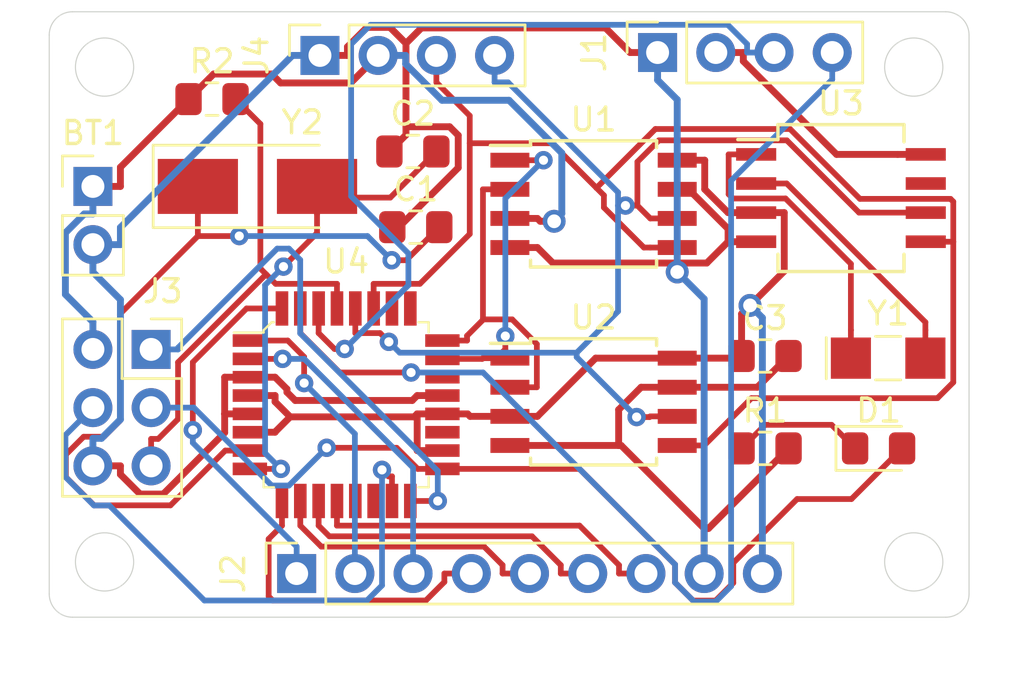
<source format=kicad_pcb>
(kicad_pcb (version 20171130) (host pcbnew "(5.1.4)-1")

  (general
    (thickness 1.6)
    (drawings 12)
    (tracks 388)
    (zones 0)
    (modules 17)
    (nets 32)
  )

  (page A4)
  (title_block
    (title "Arduino Clone")
    (date 2019-10-16)
    (rev v1)
    (company "Designed by Pablo Roig")
    (comment 1 "Battery Powered")
    (comment 2 "Extended EEPROM (2 MB)")
    (comment 3 "With RTC")
  )

  (layers
    (0 F.Cu signal)
    (1 In1.Cu power)
    (2 In2.Cu power)
    (31 B.Cu signal)
    (32 B.Adhes user)
    (33 F.Adhes user)
    (34 B.Paste user)
    (35 F.Paste user)
    (36 B.SilkS user)
    (37 F.SilkS user)
    (38 B.Mask user)
    (39 F.Mask user)
    (40 Dwgs.User user)
    (41 Cmts.User user)
    (42 Eco1.User user)
    (43 Eco2.User user)
    (44 Edge.Cuts user)
    (45 Margin user)
    (46 B.CrtYd user)
    (47 F.CrtYd user)
    (48 B.Fab user)
    (49 F.Fab user)
  )

  (setup
    (last_trace_width 0.25)
    (user_trace_width 0.3)
    (trace_clearance 0.2)
    (zone_clearance 0.508)
    (zone_45_only no)
    (trace_min 0.2)
    (via_size 0.8)
    (via_drill 0.4)
    (via_min_size 0.4)
    (via_min_drill 0.3)
    (user_via 1 0.6)
    (uvia_size 0.3)
    (uvia_drill 0.1)
    (uvias_allowed no)
    (uvia_min_size 0.2)
    (uvia_min_drill 0.1)
    (edge_width 0.05)
    (segment_width 0.2)
    (pcb_text_width 0.3)
    (pcb_text_size 1.5 1.5)
    (mod_edge_width 0.12)
    (mod_text_size 1 1)
    (mod_text_width 0.15)
    (pad_size 1.524 1.524)
    (pad_drill 0.762)
    (pad_to_mask_clearance 0.051)
    (solder_mask_min_width 0.25)
    (aux_axis_origin 0 0)
    (visible_elements 7FFFFFFF)
    (pcbplotparams
      (layerselection 0x010fc_ffffffff)
      (usegerberextensions false)
      (usegerberattributes false)
      (usegerberadvancedattributes false)
      (creategerberjobfile false)
      (excludeedgelayer true)
      (linewidth 0.100000)
      (plotframeref false)
      (viasonmask false)
      (mode 1)
      (useauxorigin false)
      (hpglpennumber 1)
      (hpglpenspeed 20)
      (hpglpendiameter 15.000000)
      (psnegative false)
      (psa4output false)
      (plotreference true)
      (plotvalue true)
      (plotinvisibletext false)
      (padsonsilk false)
      (subtractmaskfromsilk false)
      (outputformat 1)
      (mirror false)
      (drillshape 1)
      (scaleselection 1)
      (outputdirectory ""))
  )

  (net 0 "")
  (net 1 /VCC)
  (net 2 GND)
  (net 3 "Net-(C1-Pad2)")
  (net 4 "Net-(C2-Pad2)")
  (net 5 "Net-(D1-Pad1)")
  (net 6 /SCK)
  (net 7 /RX)
  (net 8 /TX)
  (net 9 /D2)
  (net 10 /D3)
  (net 11 /D4)
  (net 12 /D5)
  (net 13 /D6)
  (net 14 /D7)
  (net 15 /D8)
  (net 16 /MISO)
  (net 17 /MOSI)
  (net 18 /RESET)
  (net 19 /SCL)
  (net 20 /SDA)
  (net 21 /ADDS1)
  (net 22 /ADDS2)
  (net 23 "Net-(U3-Pad1)")
  (net 24 "Net-(U3-Pad2)")
  (net 25 "Net-(U3-Pad7)")
  (net 26 "Net-(U4-Pad13)")
  (net 27 "Net-(U4-Pad14)")
  (net 28 "Net-(U4-Pad19)")
  (net 29 "Net-(U4-Pad22)")
  (net 30 "Net-(U4-Pad25)")
  (net 31 "Net-(U4-Pad26)")

  (net_class Default "This is the default net class."
    (clearance 0.2)
    (trace_width 0.25)
    (via_dia 0.8)
    (via_drill 0.4)
    (uvia_dia 0.3)
    (uvia_drill 0.1)
    (add_net /ADDS1)
    (add_net /ADDS2)
    (add_net /D2)
    (add_net /D3)
    (add_net /D4)
    (add_net /D5)
    (add_net /D6)
    (add_net /D7)
    (add_net /D8)
    (add_net /MISO)
    (add_net /MOSI)
    (add_net /RESET)
    (add_net /RX)
    (add_net /SCK)
    (add_net /SCL)
    (add_net /SDA)
    (add_net /TX)
    (add_net "Net-(C1-Pad2)")
    (add_net "Net-(C2-Pad2)")
    (add_net "Net-(D1-Pad1)")
    (add_net "Net-(U3-Pad1)")
    (add_net "Net-(U3-Pad2)")
    (add_net "Net-(U3-Pad7)")
    (add_net "Net-(U4-Pad13)")
    (add_net "Net-(U4-Pad14)")
    (add_net "Net-(U4-Pad19)")
    (add_net "Net-(U4-Pad22)")
    (add_net "Net-(U4-Pad25)")
    (add_net "Net-(U4-Pad26)")
  )

  (net_class Power ""
    (clearance 0.2)
    (trace_width 0.3)
    (via_dia 1)
    (via_drill 0.6)
    (uvia_dia 0.3)
    (uvia_drill 0.1)
    (add_net /VCC)
    (add_net GND)
  )

  (module Connector_PinHeader_2.54mm:PinHeader_1x02_P2.54mm_Vertical (layer F.Cu) (tedit 59FED5CC) (tstamp 5DA6E56E)
    (at 79.502 127.762)
    (descr "Through hole straight pin header, 1x02, 2.54mm pitch, single row")
    (tags "Through hole pin header THT 1x02 2.54mm single row")
    (path /5DA2ED42)
    (fp_text reference BT1 (at 0 -2.33) (layer F.SilkS)
      (effects (font (size 1 1) (thickness 0.15)))
    )
    (fp_text value "Battery 3V" (at 0 4.87) (layer F.Fab)
      (effects (font (size 1 1) (thickness 0.15)))
    )
    (fp_line (start -0.635 -1.27) (end 1.27 -1.27) (layer F.Fab) (width 0.1))
    (fp_line (start 1.27 -1.27) (end 1.27 3.81) (layer F.Fab) (width 0.1))
    (fp_line (start 1.27 3.81) (end -1.27 3.81) (layer F.Fab) (width 0.1))
    (fp_line (start -1.27 3.81) (end -1.27 -0.635) (layer F.Fab) (width 0.1))
    (fp_line (start -1.27 -0.635) (end -0.635 -1.27) (layer F.Fab) (width 0.1))
    (fp_line (start -1.33 3.87) (end 1.33 3.87) (layer F.SilkS) (width 0.12))
    (fp_line (start -1.33 1.27) (end -1.33 3.87) (layer F.SilkS) (width 0.12))
    (fp_line (start 1.33 1.27) (end 1.33 3.87) (layer F.SilkS) (width 0.12))
    (fp_line (start -1.33 1.27) (end 1.33 1.27) (layer F.SilkS) (width 0.12))
    (fp_line (start -1.33 0) (end -1.33 -1.33) (layer F.SilkS) (width 0.12))
    (fp_line (start -1.33 -1.33) (end 0 -1.33) (layer F.SilkS) (width 0.12))
    (fp_line (start -1.8 -1.8) (end -1.8 4.35) (layer F.CrtYd) (width 0.05))
    (fp_line (start -1.8 4.35) (end 1.8 4.35) (layer F.CrtYd) (width 0.05))
    (fp_line (start 1.8 4.35) (end 1.8 -1.8) (layer F.CrtYd) (width 0.05))
    (fp_line (start 1.8 -1.8) (end -1.8 -1.8) (layer F.CrtYd) (width 0.05))
    (fp_text user %R (at 0 1.27 90) (layer F.Fab)
      (effects (font (size 1 1) (thickness 0.15)))
    )
    (pad 1 thru_hole rect (at 0 0) (size 1.7 1.7) (drill 1) (layers *.Cu *.Mask)
      (net 1 /VCC))
    (pad 2 thru_hole oval (at 0 2.54) (size 1.7 1.7) (drill 1) (layers *.Cu *.Mask)
      (net 2 GND))
    (model ${KISYS3DMOD}/Connector_PinHeader_2.54mm.3dshapes/PinHeader_1x02_P2.54mm_Vertical.wrl
      (at (xyz 0 0 0))
      (scale (xyz 1 1 1))
      (rotate (xyz 0 0 0))
    )
  )

  (module Capacitor_SMD:C_0805_2012Metric_Pad1.15x1.40mm_HandSolder (layer F.Cu) (tedit 5B36C52B) (tstamp 5DA6D4B2)
    (at 93.59 129.54)
    (descr "Capacitor SMD 0805 (2012 Metric), square (rectangular) end terminal, IPC_7351 nominal with elongated pad for handsoldering. (Body size source: https://docs.google.com/spreadsheets/d/1BsfQQcO9C6DZCsRaXUlFlo91Tg2WpOkGARC1WS5S8t0/edit?usp=sharing), generated with kicad-footprint-generator")
    (tags "capacitor handsolder")
    (path /5DA2FE65)
    (attr smd)
    (fp_text reference C1 (at 0 -1.65) (layer F.SilkS)
      (effects (font (size 1 1) (thickness 0.15)))
    )
    (fp_text value 22pF (at 0 1.65) (layer F.Fab)
      (effects (font (size 1 1) (thickness 0.15)))
    )
    (fp_line (start -1 0.6) (end -1 -0.6) (layer F.Fab) (width 0.1))
    (fp_line (start -1 -0.6) (end 1 -0.6) (layer F.Fab) (width 0.1))
    (fp_line (start 1 -0.6) (end 1 0.6) (layer F.Fab) (width 0.1))
    (fp_line (start 1 0.6) (end -1 0.6) (layer F.Fab) (width 0.1))
    (fp_line (start -0.261252 -0.71) (end 0.261252 -0.71) (layer F.SilkS) (width 0.12))
    (fp_line (start -0.261252 0.71) (end 0.261252 0.71) (layer F.SilkS) (width 0.12))
    (fp_line (start -1.85 0.95) (end -1.85 -0.95) (layer F.CrtYd) (width 0.05))
    (fp_line (start -1.85 -0.95) (end 1.85 -0.95) (layer F.CrtYd) (width 0.05))
    (fp_line (start 1.85 -0.95) (end 1.85 0.95) (layer F.CrtYd) (width 0.05))
    (fp_line (start 1.85 0.95) (end -1.85 0.95) (layer F.CrtYd) (width 0.05))
    (fp_text user %R (at 0 0) (layer F.Fab)
      (effects (font (size 0.5 0.5) (thickness 0.08)))
    )
    (pad 1 smd roundrect (at -1.025 0) (size 1.15 1.4) (layers F.Cu F.Paste F.Mask) (roundrect_rratio 0.217391)
      (net 2 GND))
    (pad 2 smd roundrect (at 1.025 0) (size 1.15 1.4) (layers F.Cu F.Paste F.Mask) (roundrect_rratio 0.217391)
      (net 3 "Net-(C1-Pad2)"))
    (model ${KISYS3DMOD}/Capacitor_SMD.3dshapes/C_0805_2012Metric.wrl
      (at (xyz 0 0 0))
      (scale (xyz 1 1 1))
      (rotate (xyz 0 0 0))
    )
  )

  (module Capacitor_SMD:C_0805_2012Metric_Pad1.15x1.40mm_HandSolder (layer F.Cu) (tedit 5B36C52B) (tstamp 5DA6D4C3)
    (at 93.463 126.238)
    (descr "Capacitor SMD 0805 (2012 Metric), square (rectangular) end terminal, IPC_7351 nominal with elongated pad for handsoldering. (Body size source: https://docs.google.com/spreadsheets/d/1BsfQQcO9C6DZCsRaXUlFlo91Tg2WpOkGARC1WS5S8t0/edit?usp=sharing), generated with kicad-footprint-generator")
    (tags "capacitor handsolder")
    (path /5DA30297)
    (attr smd)
    (fp_text reference C2 (at 0 -1.65) (layer F.SilkS)
      (effects (font (size 1 1) (thickness 0.15)))
    )
    (fp_text value 22pF (at 0 1.65) (layer F.Fab)
      (effects (font (size 1 1) (thickness 0.15)))
    )
    (fp_text user %R (at 0 0) (layer F.Fab)
      (effects (font (size 0.5 0.5) (thickness 0.08)))
    )
    (fp_line (start 1.85 0.95) (end -1.85 0.95) (layer F.CrtYd) (width 0.05))
    (fp_line (start 1.85 -0.95) (end 1.85 0.95) (layer F.CrtYd) (width 0.05))
    (fp_line (start -1.85 -0.95) (end 1.85 -0.95) (layer F.CrtYd) (width 0.05))
    (fp_line (start -1.85 0.95) (end -1.85 -0.95) (layer F.CrtYd) (width 0.05))
    (fp_line (start -0.261252 0.71) (end 0.261252 0.71) (layer F.SilkS) (width 0.12))
    (fp_line (start -0.261252 -0.71) (end 0.261252 -0.71) (layer F.SilkS) (width 0.12))
    (fp_line (start 1 0.6) (end -1 0.6) (layer F.Fab) (width 0.1))
    (fp_line (start 1 -0.6) (end 1 0.6) (layer F.Fab) (width 0.1))
    (fp_line (start -1 -0.6) (end 1 -0.6) (layer F.Fab) (width 0.1))
    (fp_line (start -1 0.6) (end -1 -0.6) (layer F.Fab) (width 0.1))
    (pad 2 smd roundrect (at 1.025 0) (size 1.15 1.4) (layers F.Cu F.Paste F.Mask) (roundrect_rratio 0.217391)
      (net 4 "Net-(C2-Pad2)"))
    (pad 1 smd roundrect (at -1.025 0) (size 1.15 1.4) (layers F.Cu F.Paste F.Mask) (roundrect_rratio 0.217391)
      (net 2 GND))
    (model ${KISYS3DMOD}/Capacitor_SMD.3dshapes/C_0805_2012Metric.wrl
      (at (xyz 0 0 0))
      (scale (xyz 1 1 1))
      (rotate (xyz 0 0 0))
    )
  )

  (module Capacitor_SMD:C_0805_2012Metric_Pad1.15x1.40mm_HandSolder (layer F.Cu) (tedit 5B36C52B) (tstamp 5DA6D4D4)
    (at 108.83 135.16)
    (descr "Capacitor SMD 0805 (2012 Metric), square (rectangular) end terminal, IPC_7351 nominal with elongated pad for handsoldering. (Body size source: https://docs.google.com/spreadsheets/d/1BsfQQcO9C6DZCsRaXUlFlo91Tg2WpOkGARC1WS5S8t0/edit?usp=sharing), generated with kicad-footprint-generator")
    (tags "capacitor handsolder")
    (path /5DA309D4)
    (attr smd)
    (fp_text reference C3 (at 0 -1.65) (layer F.SilkS)
      (effects (font (size 1 1) (thickness 0.15)))
    )
    (fp_text value 10uF (at 0 1.65) (layer F.Fab)
      (effects (font (size 1 1) (thickness 0.15)))
    )
    (fp_line (start -1 0.6) (end -1 -0.6) (layer F.Fab) (width 0.1))
    (fp_line (start -1 -0.6) (end 1 -0.6) (layer F.Fab) (width 0.1))
    (fp_line (start 1 -0.6) (end 1 0.6) (layer F.Fab) (width 0.1))
    (fp_line (start 1 0.6) (end -1 0.6) (layer F.Fab) (width 0.1))
    (fp_line (start -0.261252 -0.71) (end 0.261252 -0.71) (layer F.SilkS) (width 0.12))
    (fp_line (start -0.261252 0.71) (end 0.261252 0.71) (layer F.SilkS) (width 0.12))
    (fp_line (start -1.85 0.95) (end -1.85 -0.95) (layer F.CrtYd) (width 0.05))
    (fp_line (start -1.85 -0.95) (end 1.85 -0.95) (layer F.CrtYd) (width 0.05))
    (fp_line (start 1.85 -0.95) (end 1.85 0.95) (layer F.CrtYd) (width 0.05))
    (fp_line (start 1.85 0.95) (end -1.85 0.95) (layer F.CrtYd) (width 0.05))
    (fp_text user %R (at 0 0) (layer F.Fab)
      (effects (font (size 0.5 0.5) (thickness 0.08)))
    )
    (pad 1 smd roundrect (at -1.025 0) (size 1.15 1.4) (layers F.Cu F.Paste F.Mask) (roundrect_rratio 0.217391)
      (net 1 /VCC))
    (pad 2 smd roundrect (at 1.025 0) (size 1.15 1.4) (layers F.Cu F.Paste F.Mask) (roundrect_rratio 0.217391)
      (net 2 GND))
    (model ${KISYS3DMOD}/Capacitor_SMD.3dshapes/C_0805_2012Metric.wrl
      (at (xyz 0 0 0))
      (scale (xyz 1 1 1))
      (rotate (xyz 0 0 0))
    )
  )

  (module LED_SMD:LED_0805_2012Metric_Pad1.15x1.40mm_HandSolder (layer F.Cu) (tedit 5B4B45C9) (tstamp 5DA6D4E7)
    (at 113.783 139.192)
    (descr "LED SMD 0805 (2012 Metric), square (rectangular) end terminal, IPC_7351 nominal, (Body size source: https://docs.google.com/spreadsheets/d/1BsfQQcO9C6DZCsRaXUlFlo91Tg2WpOkGARC1WS5S8t0/edit?usp=sharing), generated with kicad-footprint-generator")
    (tags "LED handsolder")
    (path /5DA313E3)
    (attr smd)
    (fp_text reference D1 (at 0 -1.65) (layer F.SilkS)
      (effects (font (size 1 1) (thickness 0.15)))
    )
    (fp_text value LED (at 0 1.65) (layer F.Fab)
      (effects (font (size 1 1) (thickness 0.15)))
    )
    (fp_line (start 1 -0.6) (end -0.7 -0.6) (layer F.Fab) (width 0.1))
    (fp_line (start -0.7 -0.6) (end -1 -0.3) (layer F.Fab) (width 0.1))
    (fp_line (start -1 -0.3) (end -1 0.6) (layer F.Fab) (width 0.1))
    (fp_line (start -1 0.6) (end 1 0.6) (layer F.Fab) (width 0.1))
    (fp_line (start 1 0.6) (end 1 -0.6) (layer F.Fab) (width 0.1))
    (fp_line (start 1 -0.96) (end -1.86 -0.96) (layer F.SilkS) (width 0.12))
    (fp_line (start -1.86 -0.96) (end -1.86 0.96) (layer F.SilkS) (width 0.12))
    (fp_line (start -1.86 0.96) (end 1 0.96) (layer F.SilkS) (width 0.12))
    (fp_line (start -1.85 0.95) (end -1.85 -0.95) (layer F.CrtYd) (width 0.05))
    (fp_line (start -1.85 -0.95) (end 1.85 -0.95) (layer F.CrtYd) (width 0.05))
    (fp_line (start 1.85 -0.95) (end 1.85 0.95) (layer F.CrtYd) (width 0.05))
    (fp_line (start 1.85 0.95) (end -1.85 0.95) (layer F.CrtYd) (width 0.05))
    (fp_text user %R (at 0 0) (layer F.Fab)
      (effects (font (size 0.5 0.5) (thickness 0.08)))
    )
    (pad 1 smd roundrect (at -1.025 0) (size 1.15 1.4) (layers F.Cu F.Paste F.Mask) (roundrect_rratio 0.217391)
      (net 5 "Net-(D1-Pad1)"))
    (pad 2 smd roundrect (at 1.025 0) (size 1.15 1.4) (layers F.Cu F.Paste F.Mask) (roundrect_rratio 0.217391)
      (net 6 /SCK))
    (model ${KISYS3DMOD}/LED_SMD.3dshapes/LED_0805_2012Metric.wrl
      (at (xyz 0 0 0))
      (scale (xyz 1 1 1))
      (rotate (xyz 0 0 0))
    )
  )

  (module Connector_PinSocket_2.54mm:PinSocket_1x04_P2.54mm_Vertical (layer F.Cu) (tedit 5A19A429) (tstamp 5DA6F461)
    (at 104.14 121.92 90)
    (descr "Through hole straight socket strip, 1x04, 2.54mm pitch, single row (from Kicad 4.0.7), script generated")
    (tags "Through hole socket strip THT 1x04 2.54mm single row")
    (path /5DA33D85/5DA389EB)
    (fp_text reference J1 (at 0 -2.77 90) (layer F.SilkS)
      (effects (font (size 1 1) (thickness 0.15)))
    )
    (fp_text value Serial (at 0 10.39 90) (layer F.Fab)
      (effects (font (size 1 1) (thickness 0.15)))
    )
    (fp_line (start -1.27 -1.27) (end 0.635 -1.27) (layer F.Fab) (width 0.1))
    (fp_line (start 0.635 -1.27) (end 1.27 -0.635) (layer F.Fab) (width 0.1))
    (fp_line (start 1.27 -0.635) (end 1.27 8.89) (layer F.Fab) (width 0.1))
    (fp_line (start 1.27 8.89) (end -1.27 8.89) (layer F.Fab) (width 0.1))
    (fp_line (start -1.27 8.89) (end -1.27 -1.27) (layer F.Fab) (width 0.1))
    (fp_line (start -1.33 1.27) (end 1.33 1.27) (layer F.SilkS) (width 0.12))
    (fp_line (start -1.33 1.27) (end -1.33 8.95) (layer F.SilkS) (width 0.12))
    (fp_line (start -1.33 8.95) (end 1.33 8.95) (layer F.SilkS) (width 0.12))
    (fp_line (start 1.33 1.27) (end 1.33 8.95) (layer F.SilkS) (width 0.12))
    (fp_line (start 1.33 -1.33) (end 1.33 0) (layer F.SilkS) (width 0.12))
    (fp_line (start 0 -1.33) (end 1.33 -1.33) (layer F.SilkS) (width 0.12))
    (fp_line (start -1.8 -1.8) (end 1.75 -1.8) (layer F.CrtYd) (width 0.05))
    (fp_line (start 1.75 -1.8) (end 1.75 9.4) (layer F.CrtYd) (width 0.05))
    (fp_line (start 1.75 9.4) (end -1.8 9.4) (layer F.CrtYd) (width 0.05))
    (fp_line (start -1.8 9.4) (end -1.8 -1.8) (layer F.CrtYd) (width 0.05))
    (fp_text user %R (at 0 3.81) (layer F.Fab)
      (effects (font (size 1 1) (thickness 0.15)))
    )
    (pad 1 thru_hole rect (at 0 0 90) (size 1.7 1.7) (drill 1) (layers *.Cu *.Mask)
      (net 2 GND))
    (pad 2 thru_hole oval (at 0 2.54 90) (size 1.7 1.7) (drill 1) (layers *.Cu *.Mask)
      (net 1 /VCC))
    (pad 3 thru_hole oval (at 0 5.08 90) (size 1.7 1.7) (drill 1) (layers *.Cu *.Mask)
      (net 7 /RX))
    (pad 4 thru_hole oval (at 0 7.62 90) (size 1.7 1.7) (drill 1) (layers *.Cu *.Mask)
      (net 8 /TX))
    (model ${KISYS3DMOD}/Connector_PinSocket_2.54mm.3dshapes/PinSocket_1x04_P2.54mm_Vertical.wrl
      (at (xyz 0 0 0))
      (scale (xyz 1 1 1))
      (rotate (xyz 0 0 0))
    )
  )

  (module Connector_PinSocket_2.54mm:PinSocket_1x09_P2.54mm_Vertical (layer F.Cu) (tedit 5A19A431) (tstamp 5DA6D51C)
    (at 88.392 144.653 90)
    (descr "Through hole straight socket strip, 1x09, 2.54mm pitch, single row (from Kicad 4.0.7), script generated")
    (tags "Through hole socket strip THT 1x09 2.54mm single row")
    (path /5DA33D85/5DA360A7)
    (fp_text reference J2 (at 0 -2.77 90) (layer F.SilkS)
      (effects (font (size 1 1) (thickness 0.15)))
    )
    (fp_text value "Digital pins" (at 0 23.09 90) (layer F.Fab)
      (effects (font (size 1 1) (thickness 0.15)))
    )
    (fp_line (start -1.27 -1.27) (end 0.635 -1.27) (layer F.Fab) (width 0.1))
    (fp_line (start 0.635 -1.27) (end 1.27 -0.635) (layer F.Fab) (width 0.1))
    (fp_line (start 1.27 -0.635) (end 1.27 21.59) (layer F.Fab) (width 0.1))
    (fp_line (start 1.27 21.59) (end -1.27 21.59) (layer F.Fab) (width 0.1))
    (fp_line (start -1.27 21.59) (end -1.27 -1.27) (layer F.Fab) (width 0.1))
    (fp_line (start -1.33 1.27) (end 1.33 1.27) (layer F.SilkS) (width 0.12))
    (fp_line (start -1.33 1.27) (end -1.33 21.65) (layer F.SilkS) (width 0.12))
    (fp_line (start -1.33 21.65) (end 1.33 21.65) (layer F.SilkS) (width 0.12))
    (fp_line (start 1.33 1.27) (end 1.33 21.65) (layer F.SilkS) (width 0.12))
    (fp_line (start 1.33 -1.33) (end 1.33 0) (layer F.SilkS) (width 0.12))
    (fp_line (start 0 -1.33) (end 1.33 -1.33) (layer F.SilkS) (width 0.12))
    (fp_line (start -1.8 -1.8) (end 1.75 -1.8) (layer F.CrtYd) (width 0.05))
    (fp_line (start 1.75 -1.8) (end 1.75 22.1) (layer F.CrtYd) (width 0.05))
    (fp_line (start 1.75 22.1) (end -1.8 22.1) (layer F.CrtYd) (width 0.05))
    (fp_line (start -1.8 22.1) (end -1.8 -1.8) (layer F.CrtYd) (width 0.05))
    (fp_text user %R (at 0 10.16) (layer F.Fab)
      (effects (font (size 1 1) (thickness 0.15)))
    )
    (pad 1 thru_hole rect (at 0 0 90) (size 1.7 1.7) (drill 1) (layers *.Cu *.Mask)
      (net 9 /D2))
    (pad 2 thru_hole oval (at 0 2.54 90) (size 1.7 1.7) (drill 1) (layers *.Cu *.Mask)
      (net 10 /D3))
    (pad 3 thru_hole oval (at 0 5.08 90) (size 1.7 1.7) (drill 1) (layers *.Cu *.Mask)
      (net 11 /D4))
    (pad 4 thru_hole oval (at 0 7.62 90) (size 1.7 1.7) (drill 1) (layers *.Cu *.Mask)
      (net 12 /D5))
    (pad 5 thru_hole oval (at 0 10.16 90) (size 1.7 1.7) (drill 1) (layers *.Cu *.Mask)
      (net 13 /D6))
    (pad 6 thru_hole oval (at 0 12.7 90) (size 1.7 1.7) (drill 1) (layers *.Cu *.Mask)
      (net 14 /D7))
    (pad 7 thru_hole oval (at 0 15.24 90) (size 1.7 1.7) (drill 1) (layers *.Cu *.Mask)
      (net 15 /D8))
    (pad 8 thru_hole oval (at 0 17.78 90) (size 1.7 1.7) (drill 1) (layers *.Cu *.Mask)
      (net 2 GND))
    (pad 9 thru_hole oval (at 0 20.32 90) (size 1.7 1.7) (drill 1) (layers *.Cu *.Mask)
      (net 1 /VCC))
    (model ${KISYS3DMOD}/Connector_PinSocket_2.54mm.3dshapes/PinSocket_1x09_P2.54mm_Vertical.wrl
      (at (xyz 0 0 0))
      (scale (xyz 1 1 1))
      (rotate (xyz 0 0 0))
    )
  )

  (module Connector_PinSocket_2.54mm:PinSocket_2x03_P2.54mm_Vertical (layer F.Cu) (tedit 5A19A425) (tstamp 5DA6E417)
    (at 82.042 134.874)
    (descr "Through hole straight socket strip, 2x03, 2.54mm pitch, double cols (from Kicad 4.0.7), script generated")
    (tags "Through hole socket strip THT 2x03 2.54mm double row")
    (path /5DA33D85/5DA37BBF)
    (fp_text reference J3 (at 0.508 -2.54) (layer F.SilkS)
      (effects (font (size 1 1) (thickness 0.15)))
    )
    (fp_text value ICSP (at -1.27 7.85) (layer F.Fab)
      (effects (font (size 1 1) (thickness 0.15)))
    )
    (fp_line (start -3.81 -1.27) (end 0.27 -1.27) (layer F.Fab) (width 0.1))
    (fp_line (start 0.27 -1.27) (end 1.27 -0.27) (layer F.Fab) (width 0.1))
    (fp_line (start 1.27 -0.27) (end 1.27 6.35) (layer F.Fab) (width 0.1))
    (fp_line (start 1.27 6.35) (end -3.81 6.35) (layer F.Fab) (width 0.1))
    (fp_line (start -3.81 6.35) (end -3.81 -1.27) (layer F.Fab) (width 0.1))
    (fp_line (start -3.87 -1.33) (end -1.27 -1.33) (layer F.SilkS) (width 0.12))
    (fp_line (start -3.87 -1.33) (end -3.87 6.41) (layer F.SilkS) (width 0.12))
    (fp_line (start -3.87 6.41) (end 1.33 6.41) (layer F.SilkS) (width 0.12))
    (fp_line (start 1.33 1.27) (end 1.33 6.41) (layer F.SilkS) (width 0.12))
    (fp_line (start -1.27 1.27) (end 1.33 1.27) (layer F.SilkS) (width 0.12))
    (fp_line (start -1.27 -1.33) (end -1.27 1.27) (layer F.SilkS) (width 0.12))
    (fp_line (start 1.33 -1.33) (end 1.33 0) (layer F.SilkS) (width 0.12))
    (fp_line (start 0 -1.33) (end 1.33 -1.33) (layer F.SilkS) (width 0.12))
    (fp_line (start -4.34 -1.8) (end 1.76 -1.8) (layer F.CrtYd) (width 0.05))
    (fp_line (start 1.76 -1.8) (end 1.76 6.85) (layer F.CrtYd) (width 0.05))
    (fp_line (start 1.76 6.85) (end -4.34 6.85) (layer F.CrtYd) (width 0.05))
    (fp_line (start -4.34 6.85) (end -4.34 -1.8) (layer F.CrtYd) (width 0.05))
    (fp_text user %R (at -1.27 2.54 90) (layer F.Fab)
      (effects (font (size 1 1) (thickness 0.15)))
    )
    (pad 1 thru_hole rect (at 0 0) (size 1.7 1.7) (drill 1) (layers *.Cu *.Mask)
      (net 16 /MISO))
    (pad 2 thru_hole oval (at -2.54 0) (size 1.7 1.7) (drill 1) (layers *.Cu *.Mask)
      (net 1 /VCC))
    (pad 3 thru_hole oval (at 0 2.54) (size 1.7 1.7) (drill 1) (layers *.Cu *.Mask)
      (net 6 /SCK))
    (pad 4 thru_hole oval (at -2.54 2.54) (size 1.7 1.7) (drill 1) (layers *.Cu *.Mask)
      (net 17 /MOSI))
    (pad 5 thru_hole oval (at 0 5.08) (size 1.7 1.7) (drill 1) (layers *.Cu *.Mask)
      (net 18 /RESET))
    (pad 6 thru_hole oval (at -2.54 5.08) (size 1.7 1.7) (drill 1) (layers *.Cu *.Mask)
      (net 2 GND))
    (model ${KISYS3DMOD}/Connector_PinSocket_2.54mm.3dshapes/PinSocket_2x03_P2.54mm_Vertical.wrl
      (at (xyz 0 0 0))
      (scale (xyz 1 1 1))
      (rotate (xyz 0 0 0))
    )
  )

  (module Connector_PinSocket_2.54mm:PinSocket_1x04_P2.54mm_Vertical (layer F.Cu) (tedit 5A19A429) (tstamp 5DA6D550)
    (at 89.408 122.047 90)
    (descr "Through hole straight socket strip, 1x04, 2.54mm pitch, single row (from Kicad 4.0.7), script generated")
    (tags "Through hole socket strip THT 1x04 2.54mm single row")
    (path /5DA33D85/5DA37217)
    (fp_text reference J4 (at 0 -2.77 90) (layer F.SilkS)
      (effects (font (size 1 1) (thickness 0.15)))
    )
    (fp_text value I2C (at 0 10.39 90) (layer F.Fab)
      (effects (font (size 1 1) (thickness 0.15)))
    )
    (fp_text user %R (at 0 3.81) (layer F.Fab)
      (effects (font (size 1 1) (thickness 0.15)))
    )
    (fp_line (start -1.8 9.4) (end -1.8 -1.8) (layer F.CrtYd) (width 0.05))
    (fp_line (start 1.75 9.4) (end -1.8 9.4) (layer F.CrtYd) (width 0.05))
    (fp_line (start 1.75 -1.8) (end 1.75 9.4) (layer F.CrtYd) (width 0.05))
    (fp_line (start -1.8 -1.8) (end 1.75 -1.8) (layer F.CrtYd) (width 0.05))
    (fp_line (start 0 -1.33) (end 1.33 -1.33) (layer F.SilkS) (width 0.12))
    (fp_line (start 1.33 -1.33) (end 1.33 0) (layer F.SilkS) (width 0.12))
    (fp_line (start 1.33 1.27) (end 1.33 8.95) (layer F.SilkS) (width 0.12))
    (fp_line (start -1.33 8.95) (end 1.33 8.95) (layer F.SilkS) (width 0.12))
    (fp_line (start -1.33 1.27) (end -1.33 8.95) (layer F.SilkS) (width 0.12))
    (fp_line (start -1.33 1.27) (end 1.33 1.27) (layer F.SilkS) (width 0.12))
    (fp_line (start -1.27 8.89) (end -1.27 -1.27) (layer F.Fab) (width 0.1))
    (fp_line (start 1.27 8.89) (end -1.27 8.89) (layer F.Fab) (width 0.1))
    (fp_line (start 1.27 -0.635) (end 1.27 8.89) (layer F.Fab) (width 0.1))
    (fp_line (start 0.635 -1.27) (end 1.27 -0.635) (layer F.Fab) (width 0.1))
    (fp_line (start -1.27 -1.27) (end 0.635 -1.27) (layer F.Fab) (width 0.1))
    (pad 4 thru_hole oval (at 0 7.62 90) (size 1.7 1.7) (drill 1) (layers *.Cu *.Mask)
      (net 19 /SCL))
    (pad 3 thru_hole oval (at 0 5.08 90) (size 1.7 1.7) (drill 1) (layers *.Cu *.Mask)
      (net 20 /SDA))
    (pad 2 thru_hole oval (at 0 2.54 90) (size 1.7 1.7) (drill 1) (layers *.Cu *.Mask)
      (net 1 /VCC))
    (pad 1 thru_hole rect (at 0 0 90) (size 1.7 1.7) (drill 1) (layers *.Cu *.Mask)
      (net 2 GND))
    (model ${KISYS3DMOD}/Connector_PinSocket_2.54mm.3dshapes/PinSocket_1x04_P2.54mm_Vertical.wrl
      (at (xyz 0 0 0))
      (scale (xyz 1 1 1))
      (rotate (xyz 0 0 0))
    )
  )

  (module Resistor_SMD:R_0805_2012Metric_Pad1.15x1.40mm_HandSolder (layer F.Cu) (tedit 5B36C52B) (tstamp 5DA6D561)
    (at 108.83 139.192)
    (descr "Resistor SMD 0805 (2012 Metric), square (rectangular) end terminal, IPC_7351 nominal with elongated pad for handsoldering. (Body size source: https://docs.google.com/spreadsheets/d/1BsfQQcO9C6DZCsRaXUlFlo91Tg2WpOkGARC1WS5S8t0/edit?usp=sharing), generated with kicad-footprint-generator")
    (tags "resistor handsolder")
    (path /5DA31FF8)
    (attr smd)
    (fp_text reference R1 (at 0 -1.65) (layer F.SilkS)
      (effects (font (size 1 1) (thickness 0.15)))
    )
    (fp_text value 330Ohm (at 0 1.65) (layer F.Fab)
      (effects (font (size 1 1) (thickness 0.15)))
    )
    (fp_line (start -1 0.6) (end -1 -0.6) (layer F.Fab) (width 0.1))
    (fp_line (start -1 -0.6) (end 1 -0.6) (layer F.Fab) (width 0.1))
    (fp_line (start 1 -0.6) (end 1 0.6) (layer F.Fab) (width 0.1))
    (fp_line (start 1 0.6) (end -1 0.6) (layer F.Fab) (width 0.1))
    (fp_line (start -0.261252 -0.71) (end 0.261252 -0.71) (layer F.SilkS) (width 0.12))
    (fp_line (start -0.261252 0.71) (end 0.261252 0.71) (layer F.SilkS) (width 0.12))
    (fp_line (start -1.85 0.95) (end -1.85 -0.95) (layer F.CrtYd) (width 0.05))
    (fp_line (start -1.85 -0.95) (end 1.85 -0.95) (layer F.CrtYd) (width 0.05))
    (fp_line (start 1.85 -0.95) (end 1.85 0.95) (layer F.CrtYd) (width 0.05))
    (fp_line (start 1.85 0.95) (end -1.85 0.95) (layer F.CrtYd) (width 0.05))
    (fp_text user %R (at 0 0) (layer F.Fab)
      (effects (font (size 0.5 0.5) (thickness 0.08)))
    )
    (pad 1 smd roundrect (at -1.025 0) (size 1.15 1.4) (layers F.Cu F.Paste F.Mask) (roundrect_rratio 0.217391)
      (net 5 "Net-(D1-Pad1)"))
    (pad 2 smd roundrect (at 1.025 0) (size 1.15 1.4) (layers F.Cu F.Paste F.Mask) (roundrect_rratio 0.217391)
      (net 2 GND))
    (model ${KISYS3DMOD}/Resistor_SMD.3dshapes/R_0805_2012Metric.wrl
      (at (xyz 0 0 0))
      (scale (xyz 1 1 1))
      (rotate (xyz 0 0 0))
    )
  )

  (module Resistor_SMD:R_0805_2012Metric_Pad1.15x1.40mm_HandSolder (layer F.Cu) (tedit 5B36C52B) (tstamp 5DA6D572)
    (at 84.7 123.952)
    (descr "Resistor SMD 0805 (2012 Metric), square (rectangular) end terminal, IPC_7351 nominal with elongated pad for handsoldering. (Body size source: https://docs.google.com/spreadsheets/d/1BsfQQcO9C6DZCsRaXUlFlo91Tg2WpOkGARC1WS5S8t0/edit?usp=sharing), generated with kicad-footprint-generator")
    (tags "resistor handsolder")
    (path /5DA326D9)
    (attr smd)
    (fp_text reference R2 (at 0 -1.65) (layer F.SilkS)
      (effects (font (size 1 1) (thickness 0.15)))
    )
    (fp_text value 10kOhm (at 0 1.65) (layer F.Fab)
      (effects (font (size 1 1) (thickness 0.15)))
    )
    (fp_text user %R (at 0 0) (layer F.Fab)
      (effects (font (size 0.5 0.5) (thickness 0.08)))
    )
    (fp_line (start 1.85 0.95) (end -1.85 0.95) (layer F.CrtYd) (width 0.05))
    (fp_line (start 1.85 -0.95) (end 1.85 0.95) (layer F.CrtYd) (width 0.05))
    (fp_line (start -1.85 -0.95) (end 1.85 -0.95) (layer F.CrtYd) (width 0.05))
    (fp_line (start -1.85 0.95) (end -1.85 -0.95) (layer F.CrtYd) (width 0.05))
    (fp_line (start -0.261252 0.71) (end 0.261252 0.71) (layer F.SilkS) (width 0.12))
    (fp_line (start -0.261252 -0.71) (end 0.261252 -0.71) (layer F.SilkS) (width 0.12))
    (fp_line (start 1 0.6) (end -1 0.6) (layer F.Fab) (width 0.1))
    (fp_line (start 1 -0.6) (end 1 0.6) (layer F.Fab) (width 0.1))
    (fp_line (start -1 -0.6) (end 1 -0.6) (layer F.Fab) (width 0.1))
    (fp_line (start -1 0.6) (end -1 -0.6) (layer F.Fab) (width 0.1))
    (pad 2 smd roundrect (at 1.025 0) (size 1.15 1.4) (layers F.Cu F.Paste F.Mask) (roundrect_rratio 0.217391)
      (net 18 /RESET))
    (pad 1 smd roundrect (at -1.025 0) (size 1.15 1.4) (layers F.Cu F.Paste F.Mask) (roundrect_rratio 0.217391)
      (net 1 /VCC))
    (model ${KISYS3DMOD}/Resistor_SMD.3dshapes/R_0805_2012Metric.wrl
      (at (xyz 0 0 0))
      (scale (xyz 1 1 1))
      (rotate (xyz 0 0 0))
    )
  )

  (module Package_SO:SOIJ-8_5.3x5.3mm_P1.27mm (layer F.Cu) (tedit 5A02F2D3) (tstamp 5DA6FA85)
    (at 101.346 128.524)
    (descr "8-Lead Plastic Small Outline (SM) - Medium, 5.28 mm Body [SOIC] (see Microchip Packaging Specification 00000049BS.pdf)")
    (tags "SOIC 1.27")
    (path /5DA32AA2)
    (attr smd)
    (fp_text reference U1 (at 0 -3.68) (layer F.SilkS)
      (effects (font (size 1 1) (thickness 0.15)))
    )
    (fp_text value 24LC1025 (at 0 3.68) (layer F.Fab)
      (effects (font (size 1 1) (thickness 0.15)))
    )
    (fp_text user %R (at 0 0) (layer F.Fab)
      (effects (font (size 1 1) (thickness 0.15)))
    )
    (fp_line (start -1.65 -2.65) (end 2.65 -2.65) (layer F.Fab) (width 0.15))
    (fp_line (start 2.65 -2.65) (end 2.65 2.65) (layer F.Fab) (width 0.15))
    (fp_line (start 2.65 2.65) (end -2.65 2.65) (layer F.Fab) (width 0.15))
    (fp_line (start -2.65 2.65) (end -2.65 -1.65) (layer F.Fab) (width 0.15))
    (fp_line (start -2.65 -1.65) (end -1.65 -2.65) (layer F.Fab) (width 0.15))
    (fp_line (start -4.75 -2.95) (end -4.75 2.95) (layer F.CrtYd) (width 0.05))
    (fp_line (start 4.75 -2.95) (end 4.75 2.95) (layer F.CrtYd) (width 0.05))
    (fp_line (start -4.75 -2.95) (end 4.75 -2.95) (layer F.CrtYd) (width 0.05))
    (fp_line (start -4.75 2.95) (end 4.75 2.95) (layer F.CrtYd) (width 0.05))
    (fp_line (start -2.75 -2.755) (end -2.75 -2.55) (layer F.SilkS) (width 0.15))
    (fp_line (start 2.75 -2.755) (end 2.75 -2.455) (layer F.SilkS) (width 0.15))
    (fp_line (start 2.75 2.755) (end 2.75 2.455) (layer F.SilkS) (width 0.15))
    (fp_line (start -2.75 2.755) (end -2.75 2.455) (layer F.SilkS) (width 0.15))
    (fp_line (start -2.75 -2.755) (end 2.75 -2.755) (layer F.SilkS) (width 0.15))
    (fp_line (start -2.75 2.755) (end 2.75 2.755) (layer F.SilkS) (width 0.15))
    (fp_line (start -2.75 -2.55) (end -4.5 -2.55) (layer F.SilkS) (width 0.15))
    (pad 1 smd rect (at -3.65 -1.905) (size 1.7 0.65) (layers F.Cu F.Paste F.Mask)
      (net 21 /ADDS1))
    (pad 2 smd rect (at -3.65 -0.635) (size 1.7 0.65) (layers F.Cu F.Paste F.Mask)
      (net 22 /ADDS2))
    (pad 3 smd rect (at -3.65 0.635) (size 1.7 0.65) (layers F.Cu F.Paste F.Mask)
      (net 1 /VCC))
    (pad 4 smd rect (at -3.65 1.905) (size 1.7 0.65) (layers F.Cu F.Paste F.Mask)
      (net 2 GND))
    (pad 5 smd rect (at 3.65 1.905) (size 1.7 0.65) (layers F.Cu F.Paste F.Mask)
      (net 20 /SDA))
    (pad 6 smd rect (at 3.65 0.635) (size 1.7 0.65) (layers F.Cu F.Paste F.Mask)
      (net 19 /SCL))
    (pad 7 smd rect (at 3.65 -0.635) (size 1.7 0.65) (layers F.Cu F.Paste F.Mask)
      (net 2 GND))
    (pad 8 smd rect (at 3.65 -1.905) (size 1.7 0.65) (layers F.Cu F.Paste F.Mask)
      (net 1 /VCC))
    (model ${KISYS3DMOD}/Package_SO.3dshapes/SOIJ-8_5.3x5.3mm_P1.27mm.wrl
      (at (xyz 0 0 0))
      (scale (xyz 1 1 1))
      (rotate (xyz 0 0 0))
    )
  )

  (module Package_SO:SOIJ-8_5.3x5.3mm_P1.27mm (layer F.Cu) (tedit 5A02F2D3) (tstamp 5DA6EEAB)
    (at 101.346 137.16)
    (descr "8-Lead Plastic Small Outline (SM) - Medium, 5.28 mm Body [SOIC] (see Microchip Packaging Specification 00000049BS.pdf)")
    (tags "SOIC 1.27")
    (path /5DA3CEF9)
    (attr smd)
    (fp_text reference U2 (at 0 -3.68) (layer F.SilkS)
      (effects (font (size 1 1) (thickness 0.15)))
    )
    (fp_text value 24LC1025 (at 0 3.68) (layer F.Fab)
      (effects (font (size 1 1) (thickness 0.15)))
    )
    (fp_line (start -2.75 -2.55) (end -4.5 -2.55) (layer F.SilkS) (width 0.15))
    (fp_line (start -2.75 2.755) (end 2.75 2.755) (layer F.SilkS) (width 0.15))
    (fp_line (start -2.75 -2.755) (end 2.75 -2.755) (layer F.SilkS) (width 0.15))
    (fp_line (start -2.75 2.755) (end -2.75 2.455) (layer F.SilkS) (width 0.15))
    (fp_line (start 2.75 2.755) (end 2.75 2.455) (layer F.SilkS) (width 0.15))
    (fp_line (start 2.75 -2.755) (end 2.75 -2.455) (layer F.SilkS) (width 0.15))
    (fp_line (start -2.75 -2.755) (end -2.75 -2.55) (layer F.SilkS) (width 0.15))
    (fp_line (start -4.75 2.95) (end 4.75 2.95) (layer F.CrtYd) (width 0.05))
    (fp_line (start -4.75 -2.95) (end 4.75 -2.95) (layer F.CrtYd) (width 0.05))
    (fp_line (start 4.75 -2.95) (end 4.75 2.95) (layer F.CrtYd) (width 0.05))
    (fp_line (start -4.75 -2.95) (end -4.75 2.95) (layer F.CrtYd) (width 0.05))
    (fp_line (start -2.65 -1.65) (end -1.65 -2.65) (layer F.Fab) (width 0.15))
    (fp_line (start -2.65 2.65) (end -2.65 -1.65) (layer F.Fab) (width 0.15))
    (fp_line (start 2.65 2.65) (end -2.65 2.65) (layer F.Fab) (width 0.15))
    (fp_line (start 2.65 -2.65) (end 2.65 2.65) (layer F.Fab) (width 0.15))
    (fp_line (start -1.65 -2.65) (end 2.65 -2.65) (layer F.Fab) (width 0.15))
    (fp_text user %R (at 0 0) (layer F.Fab)
      (effects (font (size 1 1) (thickness 0.15)))
    )
    (pad 8 smd rect (at 3.65 -1.905) (size 1.7 0.65) (layers F.Cu F.Paste F.Mask)
      (net 1 /VCC))
    (pad 7 smd rect (at 3.65 -0.635) (size 1.7 0.65) (layers F.Cu F.Paste F.Mask)
      (net 2 GND))
    (pad 6 smd rect (at 3.65 0.635) (size 1.7 0.65) (layers F.Cu F.Paste F.Mask)
      (net 19 /SCL))
    (pad 5 smd rect (at 3.65 1.905) (size 1.7 0.65) (layers F.Cu F.Paste F.Mask)
      (net 20 /SDA))
    (pad 4 smd rect (at -3.65 1.905) (size 1.7 0.65) (layers F.Cu F.Paste F.Mask)
      (net 2 GND))
    (pad 3 smd rect (at -3.65 0.635) (size 1.7 0.65) (layers F.Cu F.Paste F.Mask)
      (net 1 /VCC))
    (pad 2 smd rect (at -3.65 -0.635) (size 1.7 0.65) (layers F.Cu F.Paste F.Mask)
      (net 22 /ADDS2))
    (pad 1 smd rect (at -3.65 -1.905) (size 1.7 0.65) (layers F.Cu F.Paste F.Mask)
      (net 21 /ADDS1))
    (model ${KISYS3DMOD}/Package_SO.3dshapes/SOIJ-8_5.3x5.3mm_P1.27mm.wrl
      (at (xyz 0 0 0))
      (scale (xyz 1 1 1))
      (rotate (xyz 0 0 0))
    )
  )

  (module Package_SO:SO-8_5.3x6.2mm_P1.27mm (layer F.Cu) (tedit 5A02F2D3) (tstamp 5DA6F08F)
    (at 112.141 128.27)
    (descr "8-Lead Plastic Small Outline, 5.3x6.2mm Body (http://www.ti.com.cn/cn/lit/ds/symlink/tl7705a.pdf)")
    (tags "SOIC 1.27")
    (path /5DA3A1C8)
    (attr smd)
    (fp_text reference U3 (at 0 -4.13) (layer F.SilkS)
      (effects (font (size 1 1) (thickness 0.15)))
    )
    (fp_text value DS1337_v1 (at 0 4.13) (layer F.Fab)
      (effects (font (size 1 1) (thickness 0.15)))
    )
    (fp_text user %R (at 0 0) (layer F.Fab)
      (effects (font (size 1 1) (thickness 0.15)))
    )
    (fp_line (start -1.65 -3.1) (end 2.65 -3.1) (layer F.Fab) (width 0.15))
    (fp_line (start 2.65 -3.1) (end 2.65 3.1) (layer F.Fab) (width 0.15))
    (fp_line (start 2.65 3.1) (end -2.65 3.1) (layer F.Fab) (width 0.15))
    (fp_line (start -2.65 3.1) (end -2.65 -2.1) (layer F.Fab) (width 0.15))
    (fp_line (start -2.65 -2.1) (end -1.65 -3.1) (layer F.Fab) (width 0.15))
    (fp_line (start -4.83 -3.35) (end -4.83 3.35) (layer F.CrtYd) (width 0.05))
    (fp_line (start 4.83 -3.35) (end 4.83 3.35) (layer F.CrtYd) (width 0.05))
    (fp_line (start -4.83 -3.35) (end 4.83 -3.35) (layer F.CrtYd) (width 0.05))
    (fp_line (start -4.83 3.35) (end 4.83 3.35) (layer F.CrtYd) (width 0.05))
    (fp_line (start -2.75 -3.205) (end -2.75 -2.55) (layer F.SilkS) (width 0.15))
    (fp_line (start 2.75 -3.205) (end 2.75 -2.455) (layer F.SilkS) (width 0.15))
    (fp_line (start 2.75 3.205) (end 2.75 2.455) (layer F.SilkS) (width 0.15))
    (fp_line (start -2.75 3.205) (end -2.75 2.455) (layer F.SilkS) (width 0.15))
    (fp_line (start -2.75 -3.205) (end 2.75 -3.205) (layer F.SilkS) (width 0.15))
    (fp_line (start -2.75 3.205) (end 2.75 3.205) (layer F.SilkS) (width 0.15))
    (fp_line (start -2.75 -2.55) (end -4.5 -2.55) (layer F.SilkS) (width 0.15))
    (pad 1 smd rect (at -3.7 -1.905) (size 1.75 0.55) (layers F.Cu F.Paste F.Mask)
      (net 23 "Net-(U3-Pad1)"))
    (pad 2 smd rect (at -3.7 -0.635) (size 1.75 0.55) (layers F.Cu F.Paste F.Mask)
      (net 24 "Net-(U3-Pad2)"))
    (pad 3 smd rect (at -3.7 0.635) (size 1.75 0.55) (layers F.Cu F.Paste F.Mask)
      (net 1 /VCC))
    (pad 4 smd rect (at -3.7 1.905) (size 1.75 0.55) (layers F.Cu F.Paste F.Mask)
      (net 2 GND))
    (pad 5 smd rect (at 3.7 1.905) (size 1.75 0.55) (layers F.Cu F.Paste F.Mask)
      (net 20 /SDA))
    (pad 6 smd rect (at 3.7 0.635) (size 1.75 0.55) (layers F.Cu F.Paste F.Mask)
      (net 19 /SCL))
    (pad 7 smd rect (at 3.7 -0.635) (size 1.75 0.55) (layers F.Cu F.Paste F.Mask)
      (net 25 "Net-(U3-Pad7)"))
    (pad 8 smd rect (at 3.7 -1.905) (size 1.75 0.55) (layers F.Cu F.Paste F.Mask)
      (net 1 /VCC))
    (model ${KISYS3DMOD}/Package_SO.3dshapes/SO-8_5.3x6.2mm_P1.27mm.wrl
      (at (xyz 0 0 0))
      (scale (xyz 1 1 1))
      (rotate (xyz 0 0 0))
    )
  )

  (module Crystal:Crystal_SMD_MicroCrystal_CC7V-T1A-2Pin_3.2x1.5mm_HandSoldering (layer F.Cu) (tedit 5A0FD1B2) (tstamp 5DA6D5DC)
    (at 114.199 135.255)
    (descr "SMD Crystal MicroCrystal CC7V-T1A/CM7V-T1A series http://www.microcrystal.com/images/_Product-Documentation/01_TF_ceramic_Packages/01_Datasheet/CC1V-T1A.pdf, hand-soldering, 3.2x1.5mm^2 package")
    (tags "SMD SMT crystal hand-soldering")
    (path /5DA3AECE)
    (attr smd)
    (fp_text reference Y1 (at 0 -1.95) (layer F.SilkS)
      (effects (font (size 1 1) (thickness 0.15)))
    )
    (fp_text value "Crystal 32 MHz" (at 0 1.95) (layer F.Fab)
      (effects (font (size 1 1) (thickness 0.15)))
    )
    (fp_text user %R (at 0 0) (layer F.Fab)
      (effects (font (size 0.7 0.7) (thickness 0.105)))
    )
    (fp_line (start -1.6 -0.75) (end -1.6 0.75) (layer F.Fab) (width 0.1))
    (fp_line (start -1.6 0.75) (end 1.6 0.75) (layer F.Fab) (width 0.1))
    (fp_line (start 1.6 0.75) (end 1.6 -0.75) (layer F.Fab) (width 0.1))
    (fp_line (start 1.6 -0.75) (end -1.6 -0.75) (layer F.Fab) (width 0.1))
    (fp_line (start -1.6 0.25) (end -1.1 0.75) (layer F.Fab) (width 0.1))
    (fp_line (start -0.55 -0.95) (end 0.55 -0.95) (layer F.SilkS) (width 0.12))
    (fp_line (start -0.55 0.95) (end 0.55 0.95) (layer F.SilkS) (width 0.12))
    (fp_line (start -2.7 -0.9) (end -2.7 0.9) (layer F.SilkS) (width 0.12))
    (fp_line (start -2.8 -1.2) (end -2.8 1.2) (layer F.CrtYd) (width 0.05))
    (fp_line (start -2.8 1.2) (end 2.8 1.2) (layer F.CrtYd) (width 0.05))
    (fp_line (start 2.8 1.2) (end 2.8 -1.2) (layer F.CrtYd) (width 0.05))
    (fp_line (start 2.8 -1.2) (end -2.8 -1.2) (layer F.CrtYd) (width 0.05))
    (pad 1 smd rect (at -1.625 0) (size 1.75 1.8) (layers F.Cu F.Paste F.Mask)
      (net 23 "Net-(U3-Pad1)"))
    (pad 2 smd rect (at 1.625 0) (size 1.75 1.8) (layers F.Cu F.Paste F.Mask)
      (net 24 "Net-(U3-Pad2)"))
    (model ${KISYS3DMOD}/Crystal.3dshapes/Crystal_SMD_MicroCrystal_CC7V-T1A-2Pin_3.2x1.5mm_HandSoldering.wrl
      (at (xyz 0 0 0))
      (scale (xyz 1 1 1))
      (rotate (xyz 0 0 0))
    )
  )

  (module Crystal:Crystal_SMD_5032-2Pin_5.0x3.2mm_HandSoldering (layer F.Cu) (tedit 5A0FD1B2) (tstamp 5DA6D5F7)
    (at 86.681 127.762)
    (descr "SMD Crystal SERIES SMD2520/2 http://www.icbase.com/File/PDF/HKC/HKC00061008.pdf, hand-soldering, 5.0x3.2mm^2 package")
    (tags "SMD SMT crystal hand-soldering")
    (path /5DA3BA19)
    (attr smd)
    (fp_text reference Y2 (at 1.965 -2.794) (layer F.SilkS)
      (effects (font (size 1 1) (thickness 0.15)))
    )
    (fp_text value "Crystal 16 MHz" (at 0 2.8) (layer F.Fab)
      (effects (font (size 1 1) (thickness 0.15)))
    )
    (fp_text user %R (at 0 0) (layer F.Fab)
      (effects (font (size 1 1) (thickness 0.15)))
    )
    (fp_line (start -2.3 -1.6) (end 2.3 -1.6) (layer F.Fab) (width 0.1))
    (fp_line (start 2.3 -1.6) (end 2.5 -1.4) (layer F.Fab) (width 0.1))
    (fp_line (start 2.5 -1.4) (end 2.5 1.4) (layer F.Fab) (width 0.1))
    (fp_line (start 2.5 1.4) (end 2.3 1.6) (layer F.Fab) (width 0.1))
    (fp_line (start 2.3 1.6) (end -2.3 1.6) (layer F.Fab) (width 0.1))
    (fp_line (start -2.3 1.6) (end -2.5 1.4) (layer F.Fab) (width 0.1))
    (fp_line (start -2.5 1.4) (end -2.5 -1.4) (layer F.Fab) (width 0.1))
    (fp_line (start -2.5 -1.4) (end -2.3 -1.6) (layer F.Fab) (width 0.1))
    (fp_line (start -2.5 0.6) (end -1.5 1.6) (layer F.Fab) (width 0.1))
    (fp_line (start 2.7 -1.8) (end -4.55 -1.8) (layer F.SilkS) (width 0.12))
    (fp_line (start -4.55 -1.8) (end -4.55 1.8) (layer F.SilkS) (width 0.12))
    (fp_line (start -4.55 1.8) (end 2.7 1.8) (layer F.SilkS) (width 0.12))
    (fp_line (start -4.6 -1.9) (end -4.6 1.9) (layer F.CrtYd) (width 0.05))
    (fp_line (start -4.6 1.9) (end 4.6 1.9) (layer F.CrtYd) (width 0.05))
    (fp_line (start 4.6 1.9) (end 4.6 -1.9) (layer F.CrtYd) (width 0.05))
    (fp_line (start 4.6 -1.9) (end -4.6 -1.9) (layer F.CrtYd) (width 0.05))
    (fp_circle (center 0 0) (end 0.4 0) (layer F.Adhes) (width 0.1))
    (fp_circle (center 0 0) (end 0.333333 0) (layer F.Adhes) (width 0.133333))
    (fp_circle (center 0 0) (end 0.213333 0) (layer F.Adhes) (width 0.133333))
    (fp_circle (center 0 0) (end 0.093333 0) (layer F.Adhes) (width 0.186667))
    (pad 1 smd rect (at -2.6 0) (size 3.5 2.4) (layers F.Cu F.Paste F.Mask)
      (net 3 "Net-(C1-Pad2)"))
    (pad 2 smd rect (at 2.6 0) (size 3.5 2.4) (layers F.Cu F.Paste F.Mask)
      (net 4 "Net-(C2-Pad2)"))
    (model ${KISYS3DMOD}/Crystal.3dshapes/Crystal_SMD_5032-2Pin_5.0x3.2mm_HandSoldering.wrl
      (at (xyz 0 0 0))
      (scale (xyz 1 1 1))
      (rotate (xyz 0 0 0))
    )
  )

  (module digikey-footprints:TQFP-32_7x7mm (layer F.Cu) (tedit 5D28AA5E) (tstamp 5DA6E9DE)
    (at 90.551 137.287)
    (descr http://www.atmel.com/Images/Atmel-8826-SEEPROM-PCB-Mounting-Guidelines-Surface-Mount-Packages-ApplicationNote.pdf)
    (path /5DA3240F)
    (attr smd)
    (fp_text reference U4 (at 0 -6.25) (layer F.SilkS)
      (effects (font (size 1 1) (thickness 0.15)))
    )
    (fp_text value ATMEGA328P-AU (at 0 6.2) (layer F.Fab)
      (effects (font (size 1 1) (thickness 0.15)))
    )
    (fp_text user %R (at 0 0) (layer F.Fab)
      (effects (font (size 1 1) (thickness 0.15)))
    )
    (fp_line (start -5.2 5.2) (end 5.2 5.2) (layer F.CrtYd) (width 0.05))
    (fp_line (start -5.2 -5.2) (end -5.2 5.2) (layer F.CrtYd) (width 0.05))
    (fp_line (start 5.2 -5.2) (end 5.2 5.2) (layer F.CrtYd) (width 0.05))
    (fp_line (start -5.2 -5.2) (end 5.2 -5.2) (layer F.CrtYd) (width 0.05))
    (fp_line (start -3.15 -3.6) (end -3.25 -3.6) (layer F.SilkS) (width 0.1))
    (fp_line (start -3.25 -3.6) (end -3.6 -3.25) (layer F.SilkS) (width 0.1))
    (fp_line (start -3.6 -3.25) (end -3.6 -3.15) (layer F.SilkS) (width 0.1))
    (fp_line (start -3.6 -3.15) (end -4.9 -3.15) (layer F.SilkS) (width 0.1))
    (fp_line (start 3.6 -3.6) (end 3.15 -3.6) (layer F.SilkS) (width 0.1))
    (fp_line (start 3.6 -3.6) (end 3.6 -3.15) (layer F.SilkS) (width 0.1))
    (fp_line (start 3.6 3.6) (end 3.6 3.15) (layer F.SilkS) (width 0.1))
    (fp_line (start 3.6 3.6) (end 3.15 3.6) (layer F.SilkS) (width 0.1))
    (fp_line (start -3.6 3.6) (end -3.15 3.6) (layer F.SilkS) (width 0.1))
    (fp_line (start -3.6 3.6) (end -3.6 3.15) (layer F.SilkS) (width 0.1))
    (fp_line (start -3.5 -3.2) (end -3.5 3.5) (layer F.Fab) (width 0.1))
    (fp_line (start -3.2 -3.5) (end 3.5 -3.5) (layer F.Fab) (width 0.1))
    (fp_line (start -3.5 -3.2) (end -3.2 -3.5) (layer F.Fab) (width 0.1))
    (fp_line (start -3.5 3.5) (end 3.5 3.5) (layer F.Fab) (width 0.1))
    (fp_line (start 3.5 -3.5) (end 3.5 3.5) (layer F.Fab) (width 0.1))
    (pad 9 smd rect (at -2.8 4.2) (size 0.55 1.5) (layers F.Cu F.Paste F.Mask)
      (net 12 /D5))
    (pad 1 smd rect (at -4.2 -2.8) (size 1.5 0.55) (layers F.Cu F.Paste F.Mask)
      (net 10 /D3))
    (pad 2 smd rect (at -4.2 -2) (size 1.5 0.55) (layers F.Cu F.Paste F.Mask)
      (net 11 /D4))
    (pad 3 smd rect (at -4.2 -1.2) (size 1.5 0.55) (layers F.Cu F.Paste F.Mask)
      (net 2 GND))
    (pad 4 smd rect (at -4.2 -0.4) (size 1.5 0.55) (layers F.Cu F.Paste F.Mask)
      (net 1 /VCC))
    (pad 5 smd rect (at -4.2 0.4) (size 1.5 0.55) (layers F.Cu F.Paste F.Mask)
      (net 2 GND))
    (pad 6 smd rect (at -4.2 1.2) (size 1.5 0.55) (layers F.Cu F.Paste F.Mask)
      (net 1 /VCC))
    (pad 7 smd rect (at -4.2 2) (size 1.5 0.55) (layers F.Cu F.Paste F.Mask)
      (net 3 "Net-(C1-Pad2)"))
    (pad 8 smd rect (at -4.2 2.8) (size 1.5 0.55) (layers F.Cu F.Paste F.Mask)
      (net 4 "Net-(C2-Pad2)"))
    (pad 10 smd rect (at -2 4.2) (size 0.55 1.5) (layers F.Cu F.Paste F.Mask)
      (net 13 /D6))
    (pad 11 smd rect (at -1.2 4.2) (size 0.55 1.5) (layers F.Cu F.Paste F.Mask)
      (net 14 /D7))
    (pad 12 smd rect (at -0.4 4.2) (size 0.55 1.5) (layers F.Cu F.Paste F.Mask)
      (net 15 /D8))
    (pad 13 smd rect (at 0.4 4.2) (size 0.55 1.5) (layers F.Cu F.Paste F.Mask)
      (net 26 "Net-(U4-Pad13)"))
    (pad 14 smd rect (at 1.2 4.2) (size 0.55 1.5) (layers F.Cu F.Paste F.Mask)
      (net 27 "Net-(U4-Pad14)"))
    (pad 15 smd rect (at 2 4.2) (size 0.55 1.5) (layers F.Cu F.Paste F.Mask)
      (net 17 /MOSI))
    (pad 16 smd rect (at 2.8 4.2) (size 0.55 1.5) (layers F.Cu F.Paste F.Mask)
      (net 16 /MISO))
    (pad 17 smd rect (at 4.2 2.8) (size 1.5 0.55) (layers F.Cu F.Paste F.Mask)
      (net 6 /SCK))
    (pad 18 smd rect (at 4.2 2) (size 1.5 0.55) (layers F.Cu F.Paste F.Mask)
      (net 1 /VCC))
    (pad 19 smd rect (at 4.2 1.2) (size 1.5 0.55) (layers F.Cu F.Paste F.Mask)
      (net 28 "Net-(U4-Pad19)"))
    (pad 20 smd rect (at 4.2 0.4) (size 1.5 0.55) (layers F.Cu F.Paste F.Mask)
      (net 1 /VCC))
    (pad 21 smd rect (at 4.2 -0.4) (size 1.5 0.55) (layers F.Cu F.Paste F.Mask)
      (net 2 GND))
    (pad 22 smd rect (at 4.2 -1.2) (size 1.5 0.55) (layers F.Cu F.Paste F.Mask)
      (net 29 "Net-(U4-Pad22)"))
    (pad 23 smd rect (at 4.2 -2) (size 1.5 0.55) (layers F.Cu F.Paste F.Mask)
      (net 21 /ADDS1))
    (pad 24 smd rect (at 4.2 -2.8) (size 1.5 0.55) (layers F.Cu F.Paste F.Mask)
      (net 22 /ADDS2))
    (pad 25 smd rect (at 2.8 -4.2) (size 0.55 1.5) (layers F.Cu F.Paste F.Mask)
      (net 30 "Net-(U4-Pad25)"))
    (pad 26 smd rect (at 2 -4.2) (size 0.55 1.5) (layers F.Cu F.Paste F.Mask)
      (net 31 "Net-(U4-Pad26)"))
    (pad 27 smd rect (at 1.2 -4.2) (size 0.55 1.5) (layers F.Cu F.Paste F.Mask)
      (net 20 /SDA))
    (pad 28 smd rect (at 0.4 -4.2) (size 0.55 1.5) (layers F.Cu F.Paste F.Mask)
      (net 19 /SCL))
    (pad 29 smd rect (at -0.4 -4.2) (size 0.55 1.5) (layers F.Cu F.Paste F.Mask)
      (net 18 /RESET))
    (pad 30 smd rect (at -1.2 -4.2) (size 0.55 1.5) (layers F.Cu F.Paste F.Mask)
      (net 7 /RX))
    (pad 31 smd rect (at -2 -4.2) (size 0.55 1.5) (layers F.Cu F.Paste F.Mask)
      (net 8 /TX))
    (pad 32 smd rect (at -2.8 -4.2) (size 0.55 1.5) (layers F.Cu F.Paste F.Mask)
      (net 9 /D2))
  )

  (gr_circle (center 115.316 122.555) (end 115.316 121.285) (layer Edge.Cuts) (width 0.05) (tstamp 5DA70361))
  (gr_circle (center 115.316 144.145) (end 115.316 142.875) (layer Edge.Cuts) (width 0.05) (tstamp 5DA7035E))
  (gr_circle (center 80.01 144.145) (end 80.01 142.875) (layer Edge.Cuts) (width 0.05) (tstamp 5DA70352))
  (gr_circle (center 80.01 122.555) (end 80.01 121.285) (layer Edge.Cuts) (width 0.05))
  (gr_arc (start 116.713 145.542) (end 116.713 146.558) (angle -90) (layer Edge.Cuts) (width 0.05))
  (gr_arc (start 116.713 121.158) (end 117.729 121.158) (angle -90) (layer Edge.Cuts) (width 0.05))
  (gr_arc (start 78.613 121.158) (end 78.613 120.142) (angle -90) (layer Edge.Cuts) (width 0.05))
  (gr_arc (start 78.613 145.542) (end 77.597 145.542) (angle -90) (layer Edge.Cuts) (width 0.05))
  (gr_line (start 117.729 145.542) (end 117.729 121.158) (layer Edge.Cuts) (width 0.05) (tstamp 5DA6FFBE))
  (gr_line (start 78.613 146.558) (end 116.713 146.558) (layer Edge.Cuts) (width 0.05))
  (gr_line (start 77.597 121.158) (end 77.597 145.542) (layer Edge.Cuts) (width 0.05))
  (gr_line (start 116.713 120.142) (end 78.613 120.142) (layer Edge.Cuts) (width 0.05))

  (segment (start 106.6151 129.3482) (end 106.68 129.2833) (width 0.3) (layer In1.Cu) (net 1))
  (segment (start 106.68 129.2833) (end 106.68 121.92) (width 0.3) (layer In1.Cu) (net 1))
  (segment (start 99.6263 129.2833) (end 99.6912 129.3482) (width 0.3) (layer In1.Cu) (net 1))
  (segment (start 99.6912 129.3482) (end 106.6151 129.3482) (width 0.3) (layer In1.Cu) (net 1))
  (segment (start 106.6151 129.3482) (end 108.1731 130.9062) (width 0.3) (layer In1.Cu) (net 1))
  (segment (start 108.1731 130.9062) (end 108.1731 132.9539) (width 0.3) (layer In1.Cu) (net 1))
  (segment (start 91.948 122.047) (end 93.1483 122.047) (width 0.3) (layer B.Cu) (net 1))
  (segment (start 99.6263 129.2833) (end 99.961 128.9486) (width 0.3) (layer B.Cu) (net 1))
  (segment (start 99.961 128.9486) (end 99.961 126.3058) (width 0.3) (layer B.Cu) (net 1))
  (segment (start 99.961 126.3058) (end 97.6592 124.004) (width 0.3) (layer B.Cu) (net 1))
  (segment (start 97.6592 124.004) (end 94.7322 124.004) (width 0.3) (layer B.Cu) (net 1))
  (segment (start 94.7322 124.004) (end 93.1483 122.4201) (width 0.3) (layer B.Cu) (net 1))
  (segment (start 93.1483 122.4201) (end 93.1483 122.047) (width 0.3) (layer B.Cu) (net 1))
  (segment (start 79.502 127.762) (end 80.7023 127.762) (width 0.3) (layer F.Cu) (net 1))
  (segment (start 83.675 123.952) (end 80.7023 126.9247) (width 0.3) (layer F.Cu) (net 1))
  (segment (start 80.7023 126.9247) (end 80.7023 127.762) (width 0.3) (layer F.Cu) (net 1))
  (segment (start 91.948 122.047) (end 90.7476 123.2474) (width 0.3) (layer F.Cu) (net 1))
  (segment (start 90.7476 123.2474) (end 87.6903 123.2474) (width 0.3) (layer F.Cu) (net 1))
  (segment (start 87.6903 123.2474) (end 87.3013 122.8584) (width 0.3) (layer F.Cu) (net 1))
  (segment (start 87.3013 122.8584) (end 84.7686 122.8584) (width 0.3) (layer F.Cu) (net 1))
  (segment (start 84.7686 122.8584) (end 83.675 123.952) (width 0.3) (layer F.Cu) (net 1))
  (segment (start 107.805 135.16) (end 107.805 133.322) (width 0.3) (layer F.Cu) (net 1))
  (segment (start 107.805 133.322) (end 108.1731 132.9539) (width 0.3) (layer F.Cu) (net 1))
  (segment (start 104.996 135.255) (end 107.71 135.255) (width 0.3) (layer F.Cu) (net 1))
  (segment (start 107.71 135.255) (end 107.805 135.16) (width 0.3) (layer F.Cu) (net 1))
  (segment (start 108.441 128.905) (end 109.6663 128.905) (width 0.3) (layer F.Cu) (net 1))
  (segment (start 108.1731 132.9539) (end 109.6663 131.4607) (width 0.3) (layer F.Cu) (net 1))
  (segment (start 109.6663 131.4607) (end 109.6663 128.905) (width 0.3) (layer F.Cu) (net 1))
  (segment (start 114.6157 126.365) (end 111.9482 126.365) (width 0.3) (layer F.Cu) (net 1))
  (segment (start 111.9482 126.365) (end 107.8803 122.2971) (width 0.3) (layer F.Cu) (net 1))
  (segment (start 107.8803 122.2971) (end 107.8803 121.92) (width 0.3) (layer F.Cu) (net 1))
  (segment (start 88.1092 137.8167) (end 87.4513 137.1588) (width 0.3) (layer F.Cu) (net 1))
  (segment (start 87.4513 137.1588) (end 87.4513 136.887) (width 0.3) (layer F.Cu) (net 1))
  (segment (start 93.6507 137.687) (end 93.521 137.8167) (width 0.3) (layer F.Cu) (net 1))
  (segment (start 93.521 137.8167) (end 88.1092 137.8167) (width 0.3) (layer F.Cu) (net 1))
  (segment (start 88.1092 137.8167) (end 87.4513 138.4746) (width 0.3) (layer F.Cu) (net 1))
  (segment (start 87.4513 138.4746) (end 87.4513 138.487) (width 0.3) (layer F.Cu) (net 1))
  (segment (start 108.712 144.653) (end 108.712 133.4928) (width 0.3) (layer B.Cu) (net 1))
  (segment (start 108.712 133.4928) (end 108.1731 132.9539) (width 0.3) (layer B.Cu) (net 1))
  (segment (start 97.696 137.795) (end 98.8963 137.795) (width 0.3) (layer F.Cu) (net 1))
  (segment (start 98.8963 137.795) (end 101.4363 135.255) (width 0.3) (layer F.Cu) (net 1))
  (segment (start 101.4363 135.255) (end 104.996 135.255) (width 0.3) (layer F.Cu) (net 1))
  (segment (start 95.8513 137.687) (end 95.9593 137.795) (width 0.3) (layer F.Cu) (net 1))
  (segment (start 95.9593 137.795) (end 97.696 137.795) (width 0.3) (layer F.Cu) (net 1))
  (segment (start 107.9535 128.905) (end 108.441 128.905) (width 0.3) (layer F.Cu) (net 1))
  (segment (start 107.9535 128.905) (end 107.2157 128.905) (width 0.3) (layer F.Cu) (net 1))
  (segment (start 86.351 138.487) (end 87.4513 138.487) (width 0.3) (layer F.Cu) (net 1))
  (segment (start 86.351 136.887) (end 87.4513 136.887) (width 0.3) (layer F.Cu) (net 1))
  (segment (start 93.6507 139.287) (end 93.6507 137.687) (width 0.3) (layer F.Cu) (net 1))
  (segment (start 97.696 129.159) (end 98.8963 129.159) (width 0.3) (layer F.Cu) (net 1))
  (segment (start 99.6263 129.2833) (end 99.0206 129.2833) (width 0.3) (layer F.Cu) (net 1))
  (segment (start 99.0206 129.2833) (end 98.8963 129.159) (width 0.3) (layer F.Cu) (net 1))
  (segment (start 107.2157 128.905) (end 106.1963 127.8856) (width 0.3) (layer F.Cu) (net 1))
  (segment (start 106.1963 127.8856) (end 106.1963 126.619) (width 0.3) (layer F.Cu) (net 1))
  (segment (start 115.841 126.365) (end 114.6157 126.365) (width 0.3) (layer F.Cu) (net 1))
  (segment (start 104.996 126.619) (end 106.1963 126.619) (width 0.3) (layer F.Cu) (net 1))
  (segment (start 94.751 137.687) (end 95.8513 137.687) (width 0.3) (layer F.Cu) (net 1))
  (segment (start 79.502 127.762) (end 79.502 128.9623) (width 0.3) (layer B.Cu) (net 1))
  (segment (start 79.502 134.874) (end 79.502 133.6737) (width 0.3) (layer B.Cu) (net 1))
  (segment (start 79.502 133.6737) (end 78.3017 132.4734) (width 0.3) (layer B.Cu) (net 1))
  (segment (start 78.3017 132.4734) (end 78.3017 129.7874) (width 0.3) (layer B.Cu) (net 1))
  (segment (start 78.3017 129.7874) (end 79.1268 128.9623) (width 0.3) (layer B.Cu) (net 1))
  (segment (start 79.1268 128.9623) (end 79.502 128.9623) (width 0.3) (layer B.Cu) (net 1))
  (segment (start 106.68 121.92) (end 107.8803 121.92) (width 0.3) (layer F.Cu) (net 1))
  (segment (start 94.751 139.287) (end 93.6507 139.287) (width 0.3) (layer F.Cu) (net 1))
  (segment (start 94.751 137.687) (end 93.6507 137.687) (width 0.3) (layer F.Cu) (net 1))
  (via (at 108.1731 132.9539) (size 1) (drill 0.6) (layers F.Cu B.Cu) (net 1))
  (via (at 99.6263 129.2833) (size 1) (drill 0.6) (layers F.Cu B.Cu) (net 1))
  (segment (start 93.1618 125.1587) (end 93.1618 125.5142) (width 0.3) (layer F.Cu) (net 2))
  (segment (start 93.1618 125.5142) (end 92.438 126.238) (width 0.3) (layer F.Cu) (net 2))
  (segment (start 93.1618 121.5218) (end 93.1618 125.1587) (width 0.3) (layer F.Cu) (net 2))
  (segment (start 93.1618 125.1587) (end 95.0667 125.1587) (width 0.3) (layer F.Cu) (net 2))
  (segment (start 95.0667 125.1587) (end 95.4416 125.5336) (width 0.3) (layer F.Cu) (net 2))
  (segment (start 95.4416 125.5336) (end 95.4416 126.9477) (width 0.3) (layer F.Cu) (net 2))
  (segment (start 95.4416 126.9477) (end 92.8493 129.54) (width 0.3) (layer F.Cu) (net 2))
  (segment (start 92.8493 129.54) (end 92.565 129.54) (width 0.3) (layer F.Cu) (net 2))
  (segment (start 102.4408 139.065) (end 102.5516 139.065) (width 0.3) (layer F.Cu) (net 2))
  (segment (start 102.5516 139.065) (end 106.172 142.6854) (width 0.3) (layer F.Cu) (net 2))
  (segment (start 97.696 139.065) (end 102.4408 139.065) (width 0.3) (layer F.Cu) (net 2))
  (segment (start 102.4408 139.065) (end 102.4408 137.5042) (width 0.3) (layer F.Cu) (net 2))
  (segment (start 102.4408 137.5042) (end 103.42 136.525) (width 0.3) (layer F.Cu) (net 2))
  (segment (start 103.42 136.525) (end 104.996 136.525) (width 0.3) (layer F.Cu) (net 2))
  (segment (start 104.996 136.525) (end 108.49 136.525) (width 0.3) (layer F.Cu) (net 2))
  (segment (start 108.49 136.525) (end 109.855 135.16) (width 0.3) (layer F.Cu) (net 2))
  (segment (start 85.2507 137.687) (end 85.2506 137.687) (width 0.3) (layer F.Cu) (net 2))
  (segment (start 85.2506 137.687) (end 85.2506 138.5055) (width 0.3) (layer F.Cu) (net 2))
  (segment (start 85.2506 138.5055) (end 82.5701 141.186) (width 0.3) (layer F.Cu) (net 2))
  (segment (start 82.5701 141.186) (end 81.5612 141.186) (width 0.3) (layer F.Cu) (net 2))
  (segment (start 81.5612 141.186) (end 80.7023 140.3271) (width 0.3) (layer F.Cu) (net 2))
  (segment (start 80.7023 140.3271) (end 80.7023 139.954) (width 0.3) (layer F.Cu) (net 2))
  (segment (start 79.502 139.954) (end 80.7023 139.954) (width 0.3) (layer F.Cu) (net 2))
  (segment (start 85.2507 137.687) (end 85.2507 136.087) (width 0.3) (layer F.Cu) (net 2))
  (segment (start 106.172 143.4527) (end 106.172 142.6854) (width 0.3) (layer F.Cu) (net 2))
  (segment (start 109.855 139.192) (end 106.3616 142.6854) (width 0.3) (layer F.Cu) (net 2))
  (segment (start 106.3616 142.6854) (end 106.172 142.6854) (width 0.3) (layer F.Cu) (net 2))
  (segment (start 104.9965 131.4953) (end 104.9965 123.9768) (width 0.3) (layer B.Cu) (net 2))
  (segment (start 104.9965 123.9768) (end 104.14 123.1203) (width 0.3) (layer B.Cu) (net 2))
  (segment (start 106.172 144.653) (end 106.172 132.6708) (width 0.3) (layer B.Cu) (net 2))
  (segment (start 106.172 132.6708) (end 104.9965 131.4953) (width 0.3) (layer B.Cu) (net 2))
  (segment (start 104.9965 131.4953) (end 104.9965 131.1044) (width 0.3) (layer F.Cu) (net 2))
  (segment (start 104.9965 131.1044) (end 106.2863 131.1044) (width 0.3) (layer F.Cu) (net 2))
  (segment (start 106.2863 131.1044) (end 107.2157 130.175) (width 0.3) (layer F.Cu) (net 2))
  (segment (start 98.8963 130.429) (end 99.5717 131.1044) (width 0.3) (layer F.Cu) (net 2))
  (segment (start 99.5717 131.1044) (end 104.9965 131.1044) (width 0.3) (layer F.Cu) (net 2))
  (segment (start 87.4513 136.087) (end 87.9673 136.603) (width 0.3) (layer F.Cu) (net 2))
  (segment (start 87.9673 136.603) (end 87.9673 136.7399) (width 0.3) (layer F.Cu) (net 2))
  (segment (start 87.9673 136.7399) (end 88.3291 137.1017) (width 0.3) (layer F.Cu) (net 2))
  (segment (start 88.3291 137.1017) (end 93.436 137.1017) (width 0.3) (layer F.Cu) (net 2))
  (segment (start 93.436 137.1017) (end 93.6507 136.887) (width 0.3) (layer F.Cu) (net 2))
  (segment (start 106.172 144.653) (end 106.172 143.4527) (width 0.3) (layer F.Cu) (net 2))
  (segment (start 94.751 136.887) (end 93.6507 136.887) (width 0.3) (layer F.Cu) (net 2))
  (segment (start 90.6083 122.047) (end 90.6083 121.6719) (width 0.3) (layer F.Cu) (net 2))
  (segment (start 90.6083 121.6719) (end 91.4567 120.8235) (width 0.3) (layer F.Cu) (net 2))
  (segment (start 91.4567 120.8235) (end 92.4635 120.8235) (width 0.3) (layer F.Cu) (net 2))
  (segment (start 92.4635 120.8235) (end 93.1618 121.5218) (width 0.3) (layer F.Cu) (net 2))
  (segment (start 102.9397 121.92) (end 101.8663 120.8466) (width 0.3) (layer F.Cu) (net 2))
  (segment (start 101.8663 120.8466) (end 93.837 120.8466) (width 0.3) (layer F.Cu) (net 2))
  (segment (start 93.837 120.8466) (end 93.1618 121.5218) (width 0.3) (layer F.Cu) (net 2))
  (segment (start 104.14 121.92) (end 102.9397 121.92) (width 0.3) (layer F.Cu) (net 2))
  (segment (start 89.408 122.047) (end 90.6083 122.047) (width 0.3) (layer F.Cu) (net 2))
  (segment (start 97.696 130.429) (end 98.8963 130.429) (width 0.3) (layer F.Cu) (net 2))
  (segment (start 108.441 130.175) (end 107.2157 130.175) (width 0.3) (layer F.Cu) (net 2))
  (segment (start 104.996 127.889) (end 105.4922 127.889) (width 0.3) (layer F.Cu) (net 2))
  (segment (start 105.4922 127.889) (end 107.2157 129.6125) (width 0.3) (layer F.Cu) (net 2))
  (segment (start 107.2157 129.6125) (end 107.2157 130.175) (width 0.3) (layer F.Cu) (net 2))
  (segment (start 86.351 137.687) (end 85.2507 137.687) (width 0.3) (layer F.Cu) (net 2))
  (segment (start 86.351 136.087) (end 85.2507 136.087) (width 0.3) (layer F.Cu) (net 2))
  (segment (start 104.14 121.92) (end 104.14 123.1203) (width 0.3) (layer B.Cu) (net 2))
  (segment (start 79.502 130.302) (end 80.7023 130.302) (width 0.3) (layer B.Cu) (net 2))
  (segment (start 89.408 122.047) (end 88.2077 122.047) (width 0.3) (layer B.Cu) (net 2))
  (segment (start 88.2077 122.047) (end 80.7023 129.5524) (width 0.3) (layer B.Cu) (net 2))
  (segment (start 80.7023 129.5524) (end 80.7023 130.302) (width 0.3) (layer B.Cu) (net 2))
  (segment (start 79.502 130.302) (end 79.502 131.5023) (width 0.3) (layer B.Cu) (net 2))
  (segment (start 79.502 139.954) (end 79.502 138.7537) (width 0.3) (layer B.Cu) (net 2))
  (segment (start 79.502 138.7537) (end 79.8771 138.7537) (width 0.3) (layer B.Cu) (net 2))
  (segment (start 79.8771 138.7537) (end 80.7028 137.928) (width 0.3) (layer B.Cu) (net 2))
  (segment (start 80.7028 137.928) (end 80.7028 132.7031) (width 0.3) (layer B.Cu) (net 2))
  (segment (start 80.7028 132.7031) (end 79.502 131.5023) (width 0.3) (layer B.Cu) (net 2))
  (segment (start 86.351 136.087) (end 87.4513 136.087) (width 0.3) (layer F.Cu) (net 2))
  (via (at 104.9965 131.4953) (size 1) (drill 0.6) (layers F.Cu B.Cu) (net 2))
  (segment (start 84.081 129.9285) (end 84.081 129.2873) (width 0.25) (layer F.Cu) (net 3))
  (segment (start 85.2757 139.287) (end 82.8854 141.6773) (width 0.25) (layer F.Cu) (net 3))
  (segment (start 82.8854 141.6773) (end 79.554 141.6773) (width 0.25) (layer F.Cu) (net 3))
  (segment (start 79.554 141.6773) (end 78.3233 140.4466) (width 0.25) (layer F.Cu) (net 3))
  (segment (start 78.3233 140.4466) (end 78.3233 139.4595) (width 0.25) (layer F.Cu) (net 3))
  (segment (start 78.3233 139.4595) (end 79.0988 138.684) (width 0.25) (layer F.Cu) (net 3))
  (segment (start 79.0988 138.684) (end 79.9868 138.684) (width 0.25) (layer F.Cu) (net 3))
  (segment (start 79.9868 138.684) (end 80.6774 137.9934) (width 0.25) (layer F.Cu) (net 3))
  (segment (start 80.6774 137.9934) (end 80.6774 133.3321) (width 0.25) (layer F.Cu) (net 3))
  (segment (start 80.6774 133.3321) (end 84.081 129.9285) (width 0.25) (layer F.Cu) (net 3))
  (segment (start 84.081 129.9285) (end 85.8882 129.9285) (width 0.25) (layer F.Cu) (net 3))
  (segment (start 92.5374 130.9825) (end 93.1725 130.9825) (width 0.25) (layer F.Cu) (net 3))
  (segment (start 93.1725 130.9825) (end 94.615 129.54) (width 0.25) (layer F.Cu) (net 3))
  (segment (start 85.8882 129.9285) (end 91.4834 129.9285) (width 0.25) (layer B.Cu) (net 3))
  (segment (start 91.4834 129.9285) (end 92.5374 130.9825) (width 0.25) (layer B.Cu) (net 3))
  (segment (start 84.081 127.762) (end 84.081 129.2873) (width 0.25) (layer F.Cu) (net 3))
  (segment (start 86.351 139.287) (end 85.2757 139.287) (width 0.25) (layer F.Cu) (net 3))
  (via (at 92.5374 130.9825) (size 0.8) (layers F.Cu B.Cu) (net 3))
  (via (at 85.8882 129.9285) (size 0.8) (layers F.Cu B.Cu) (net 3))
  (segment (start 89.281 128.9793) (end 89.281 129.7978) (width 0.25) (layer F.Cu) (net 4))
  (segment (start 89.281 129.7978) (end 87.8164 131.2624) (width 0.25) (layer F.Cu) (net 4))
  (segment (start 87.7015 140.087) (end 87.0145 139.4) (width 0.25) (layer B.Cu) (net 4))
  (segment (start 87.0145 139.4) (end 87.0145 132.0643) (width 0.25) (layer B.Cu) (net 4))
  (segment (start 87.0145 132.0643) (end 87.8164 131.2624) (width 0.25) (layer B.Cu) (net 4))
  (segment (start 87.4263 140.087) (end 87.7015 140.087) (width 0.25) (layer F.Cu) (net 4))
  (segment (start 94.488 126.238) (end 92.4756 128.2504) (width 0.25) (layer F.Cu) (net 4))
  (segment (start 92.4756 128.2504) (end 89.281 128.2504) (width 0.25) (layer F.Cu) (net 4))
  (segment (start 89.281 128.2504) (end 89.281 128.9793) (width 0.25) (layer F.Cu) (net 4))
  (segment (start 89.281 127.762) (end 89.281 128.2504) (width 0.25) (layer F.Cu) (net 4))
  (segment (start 86.351 140.087) (end 87.4263 140.087) (width 0.25) (layer F.Cu) (net 4))
  (via (at 87.8164 131.2624) (size 0.8) (layers F.Cu B.Cu) (net 4))
  (via (at 87.7015 140.087) (size 0.8) (layers F.Cu B.Cu) (net 4))
  (segment (start 112.758 139.192) (end 111.7298 138.1638) (width 0.25) (layer F.Cu) (net 5))
  (segment (start 111.7298 138.1638) (end 108.8332 138.1638) (width 0.25) (layer F.Cu) (net 5))
  (segment (start 108.8332 138.1638) (end 107.805 139.192) (width 0.25) (layer F.Cu) (net 5))
  (segment (start 93.6757 140.087) (end 92.7549 139.1662) (width 0.25) (layer F.Cu) (net 6))
  (segment (start 92.7549 139.1662) (end 89.7005 139.1662) (width 0.25) (layer F.Cu) (net 6))
  (segment (start 89.7005 139.1662) (end 88.0544 140.8123) (width 0.25) (layer B.Cu) (net 6))
  (segment (start 88.0544 140.8123) (end 87.303 140.8123) (width 0.25) (layer B.Cu) (net 6))
  (segment (start 87.303 140.8123) (end 83.9047 137.414) (width 0.25) (layer B.Cu) (net 6))
  (segment (start 83.9047 137.414) (end 83.2173 137.414) (width 0.25) (layer B.Cu) (net 6))
  (segment (start 82.042 137.414) (end 83.2173 137.414) (width 0.25) (layer B.Cu) (net 6))
  (segment (start 94.751 140.087) (end 93.6757 140.087) (width 0.25) (layer F.Cu) (net 6))
  (segment (start 94.751 140.087) (end 100.7302 140.087) (width 0.25) (layer F.Cu) (net 6))
  (segment (start 100.7302 140.087) (end 104.902 144.2588) (width 0.25) (layer F.Cu) (net 6))
  (segment (start 104.902 144.2588) (end 104.902 145.0454) (width 0.25) (layer F.Cu) (net 6))
  (segment (start 104.902 145.0454) (end 105.6898 145.8332) (width 0.25) (layer F.Cu) (net 6))
  (segment (start 105.6898 145.8332) (end 106.6711 145.8332) (width 0.25) (layer F.Cu) (net 6))
  (segment (start 106.6711 145.8332) (end 107.442 145.0623) (width 0.25) (layer F.Cu) (net 6))
  (segment (start 107.442 145.0623) (end 107.442 144.1875) (width 0.25) (layer F.Cu) (net 6))
  (segment (start 107.442 144.1875) (end 110.2275 141.402) (width 0.25) (layer F.Cu) (net 6))
  (segment (start 110.2275 141.402) (end 112.598 141.402) (width 0.25) (layer F.Cu) (net 6))
  (segment (start 112.598 141.402) (end 114.808 139.192) (width 0.25) (layer F.Cu) (net 6))
  (via (at 89.7005 139.1662) (size 0.8) (layers F.Cu B.Cu) (net 6))
  (segment (start 90.4871 134.8538) (end 93.2676 132.0733) (width 0.25) (layer B.Cu) (net 7))
  (segment (start 93.2676 132.0733) (end 93.2676 130.6869) (width 0.25) (layer B.Cu) (net 7))
  (segment (start 93.2676 130.6869) (end 90.769 128.1883) (width 0.25) (layer B.Cu) (net 7))
  (segment (start 90.769 128.1883) (end 90.769 121.5574) (width 0.25) (layer B.Cu) (net 7))
  (segment (start 90.769 121.5574) (end 91.6165 120.7099) (width 0.25) (layer B.Cu) (net 7))
  (segment (start 91.6165 120.7099) (end 107.2019 120.7099) (width 0.25) (layer B.Cu) (net 7))
  (segment (start 107.2019 120.7099) (end 108.0447 121.5527) (width 0.25) (layer B.Cu) (net 7))
  (segment (start 108.0447 121.5527) (end 108.0447 121.92) (width 0.25) (layer B.Cu) (net 7))
  (segment (start 109.22 121.92) (end 108.0447 121.92) (width 0.25) (layer B.Cu) (net 7))
  (segment (start 89.351 133.087) (end 89.351 134.1623) (width 0.25) (layer F.Cu) (net 7))
  (segment (start 90.4871 134.8538) (end 90.0425 134.8538) (width 0.25) (layer F.Cu) (net 7))
  (segment (start 90.0425 134.8538) (end 89.351 134.1623) (width 0.25) (layer F.Cu) (net 7))
  (via (at 90.4871 134.8538) (size 0.8) (layers F.Cu B.Cu) (net 7))
  (segment (start 88.551 134.1623) (end 90.27 135.8813) (width 0.25) (layer F.Cu) (net 8))
  (segment (start 90.27 135.8813) (end 93.3835 135.8813) (width 0.25) (layer F.Cu) (net 8))
  (segment (start 93.3835 135.8813) (end 96.5245 135.8813) (width 0.25) (layer B.Cu) (net 8))
  (segment (start 96.5245 135.8813) (end 104.902 144.2588) (width 0.25) (layer B.Cu) (net 8))
  (segment (start 104.902 144.2588) (end 104.902 145.0454) (width 0.25) (layer B.Cu) (net 8))
  (segment (start 104.902 145.0454) (end 105.7353 145.8787) (width 0.25) (layer B.Cu) (net 8))
  (segment (start 105.7353 145.8787) (end 106.6741 145.8787) (width 0.25) (layer B.Cu) (net 8))
  (segment (start 106.6741 145.8787) (end 107.3476 145.2052) (width 0.25) (layer B.Cu) (net 8))
  (segment (start 107.3476 145.2052) (end 107.3476 127.5077) (width 0.25) (layer B.Cu) (net 8))
  (segment (start 107.3476 127.5077) (end 111.76 123.0953) (width 0.25) (layer B.Cu) (net 8))
  (segment (start 111.76 121.92) (end 111.76 123.0953) (width 0.25) (layer B.Cu) (net 8))
  (segment (start 88.551 133.087) (end 88.551 134.1623) (width 0.25) (layer F.Cu) (net 8))
  (via (at 93.3835 135.8813) (size 0.8) (layers F.Cu B.Cu) (net 8))
  (segment (start 87.751 133.087) (end 86.2076 133.087) (width 0.25) (layer F.Cu) (net 9))
  (segment (start 86.2076 133.087) (end 83.8615 135.4331) (width 0.25) (layer F.Cu) (net 9))
  (segment (start 83.8615 135.4331) (end 83.8615 138.3965) (width 0.25) (layer F.Cu) (net 9))
  (segment (start 83.8615 138.3965) (end 83.8614 138.3965) (width 0.25) (layer F.Cu) (net 9))
  (segment (start 88.392 143.4777) (end 83.8614 138.9471) (width 0.25) (layer B.Cu) (net 9))
  (segment (start 83.8614 138.9471) (end 83.8614 138.3965) (width 0.25) (layer B.Cu) (net 9))
  (segment (start 88.392 144.653) (end 88.392 143.4777) (width 0.25) (layer B.Cu) (net 9))
  (via (at 83.8614 138.3965) (size 0.8) (layers F.Cu B.Cu) (net 9))
  (segment (start 88.7176 136.3428) (end 90.932 138.5572) (width 0.25) (layer B.Cu) (net 10))
  (segment (start 90.932 138.5572) (end 90.932 143.4777) (width 0.25) (layer B.Cu) (net 10))
  (segment (start 86.351 134.487) (end 88.005 134.487) (width 0.25) (layer F.Cu) (net 10))
  (segment (start 88.005 134.487) (end 88.7176 135.1996) (width 0.25) (layer F.Cu) (net 10))
  (segment (start 88.7176 135.1996) (end 88.7176 136.3428) (width 0.25) (layer F.Cu) (net 10))
  (segment (start 90.932 144.653) (end 90.932 143.4777) (width 0.25) (layer B.Cu) (net 10))
  (via (at 88.7176 136.3428) (size 0.8) (layers F.Cu B.Cu) (net 10))
  (segment (start 93.472 143.4777) (end 93.472 140.0362) (width 0.25) (layer B.Cu) (net 11))
  (segment (start 93.472 140.0362) (end 88.7228 135.287) (width 0.25) (layer B.Cu) (net 11))
  (segment (start 88.7228 135.287) (end 87.7791 135.287) (width 0.25) (layer B.Cu) (net 11))
  (segment (start 87.4263 135.287) (end 87.7791 135.287) (width 0.25) (layer F.Cu) (net 11))
  (segment (start 93.472 144.653) (end 93.472 143.4777) (width 0.25) (layer B.Cu) (net 11))
  (segment (start 86.351 135.287) (end 87.4263 135.287) (width 0.25) (layer F.Cu) (net 11))
  (via (at 87.7791 135.287) (size 0.8) (layers F.Cu B.Cu) (net 11))
  (segment (start 87.751 141.487) (end 87.751 142.5623) (width 0.25) (layer F.Cu) (net 12))
  (segment (start 96.012 144.653) (end 94.8367 144.653) (width 0.25) (layer F.Cu) (net 12))
  (segment (start 94.8367 144.653) (end 94.8367 145.0203) (width 0.25) (layer F.Cu) (net 12))
  (segment (start 94.8367 145.0203) (end 94.0286 145.8284) (width 0.25) (layer F.Cu) (net 12))
  (segment (start 94.0286 145.8284) (end 87.3494 145.8284) (width 0.25) (layer F.Cu) (net 12))
  (segment (start 87.3494 145.8284) (end 87.1704 145.6494) (width 0.25) (layer F.Cu) (net 12))
  (segment (start 87.1704 145.6494) (end 87.1704 143.1429) (width 0.25) (layer F.Cu) (net 12))
  (segment (start 87.1704 143.1429) (end 87.751 142.5623) (width 0.25) (layer F.Cu) (net 12))
  (segment (start 98.552 144.653) (end 97.3767 144.653) (width 0.25) (layer F.Cu) (net 13))
  (segment (start 88.551 141.487) (end 88.551 142.5623) (width 0.25) (layer F.Cu) (net 13))
  (segment (start 88.551 142.5623) (end 89.4664 143.4777) (width 0.25) (layer F.Cu) (net 13))
  (segment (start 89.4664 143.4777) (end 96.5688 143.4777) (width 0.25) (layer F.Cu) (net 13))
  (segment (start 96.5688 143.4777) (end 97.3767 144.2856) (width 0.25) (layer F.Cu) (net 13))
  (segment (start 97.3767 144.2856) (end 97.3767 144.653) (width 0.25) (layer F.Cu) (net 13))
  (segment (start 99.9167 144.653) (end 99.9167 144.2856) (width 0.25) (layer F.Cu) (net 14))
  (segment (start 99.9167 144.2856) (end 98.6585 143.0274) (width 0.25) (layer F.Cu) (net 14))
  (segment (start 98.6585 143.0274) (end 89.8161 143.0274) (width 0.25) (layer F.Cu) (net 14))
  (segment (start 89.8161 143.0274) (end 89.351 142.5623) (width 0.25) (layer F.Cu) (net 14))
  (segment (start 89.351 141.487) (end 89.351 142.5623) (width 0.25) (layer F.Cu) (net 14))
  (segment (start 101.092 144.653) (end 99.9167 144.653) (width 0.25) (layer F.Cu) (net 14))
  (segment (start 90.151 141.487) (end 90.151 142.5623) (width 0.25) (layer F.Cu) (net 15))
  (segment (start 103.632 144.653) (end 102.4567 144.653) (width 0.25) (layer F.Cu) (net 15))
  (segment (start 102.4567 144.653) (end 102.4567 144.2857) (width 0.25) (layer F.Cu) (net 15))
  (segment (start 102.4567 144.2857) (end 100.7333 142.5623) (width 0.25) (layer F.Cu) (net 15))
  (segment (start 100.7333 142.5623) (end 90.151 142.5623) (width 0.25) (layer F.Cu) (net 15))
  (segment (start 94.549 141.487) (end 94.549 140.1762) (width 0.25) (layer B.Cu) (net 16))
  (segment (start 94.549 140.1762) (end 88.547 134.1742) (width 0.25) (layer B.Cu) (net 16))
  (segment (start 88.547 134.1742) (end 88.547 130.9672) (width 0.25) (layer B.Cu) (net 16))
  (segment (start 88.547 130.9672) (end 88.0557 130.4759) (width 0.25) (layer B.Cu) (net 16))
  (segment (start 88.0557 130.4759) (end 87.542 130.4759) (width 0.25) (layer B.Cu) (net 16))
  (segment (start 87.542 130.4759) (end 83.2173 134.8006) (width 0.25) (layer B.Cu) (net 16))
  (segment (start 83.2173 134.8006) (end 83.2173 134.874) (width 0.25) (layer B.Cu) (net 16))
  (segment (start 82.042 134.874) (end 83.2173 134.874) (width 0.25) (layer B.Cu) (net 16))
  (segment (start 93.351 141.487) (end 94.549 141.487) (width 0.25) (layer F.Cu) (net 16))
  (via (at 94.549 141.487) (size 0.8) (layers F.Cu B.Cu) (net 16))
  (segment (start 92.551 141.487) (end 92.551 140.4117) (width 0.25) (layer F.Cu) (net 17))
  (segment (start 92.551 140.4117) (end 92.399 140.4117) (width 0.25) (layer F.Cu) (net 17))
  (segment (start 92.399 140.4117) (end 92.1162 140.1289) (width 0.25) (layer F.Cu) (net 17))
  (segment (start 92.1162 140.1289) (end 92.1162 145.1705) (width 0.25) (layer B.Cu) (net 17))
  (segment (start 92.1162 145.1705) (end 91.4583 145.8284) (width 0.25) (layer B.Cu) (net 17))
  (segment (start 91.4583 145.8284) (end 84.3662 145.8284) (width 0.25) (layer B.Cu) (net 17))
  (segment (start 84.3662 145.8284) (end 80.2185 141.6807) (width 0.25) (layer B.Cu) (net 17))
  (segment (start 80.2185 141.6807) (end 79.5467 141.6807) (width 0.25) (layer B.Cu) (net 17))
  (segment (start 79.5467 141.6807) (end 78.3039 140.4379) (width 0.25) (layer B.Cu) (net 17))
  (segment (start 78.3039 140.4379) (end 78.3039 138.6121) (width 0.25) (layer B.Cu) (net 17))
  (segment (start 78.3039 138.6121) (end 79.502 137.414) (width 0.25) (layer B.Cu) (net 17))
  (via (at 92.1162 140.1289) (size 0.8) (layers F.Cu B.Cu) (net 17))
  (segment (start 87.0587 131.5956) (end 86.809 131.346) (width 0.25) (layer F.Cu) (net 18))
  (segment (start 86.809 131.346) (end 86.809 125.036) (width 0.25) (layer F.Cu) (net 18))
  (segment (start 86.809 125.036) (end 85.725 123.952) (width 0.25) (layer F.Cu) (net 18))
  (segment (start 90.151 132.0117) (end 87.4747 132.0117) (width 0.25) (layer F.Cu) (net 18))
  (segment (start 87.4747 132.0117) (end 87.0587 131.5956) (width 0.25) (layer F.Cu) (net 18))
  (segment (start 82.042 138.7787) (end 82.3505 138.7787) (width 0.25) (layer F.Cu) (net 18))
  (segment (start 82.3505 138.7787) (end 83.2174 137.9118) (width 0.25) (layer F.Cu) (net 18))
  (segment (start 83.2174 137.9118) (end 83.2174 135.4369) (width 0.25) (layer F.Cu) (net 18))
  (segment (start 83.2174 135.4369) (end 87.0587 131.5956) (width 0.25) (layer F.Cu) (net 18))
  (segment (start 82.042 139.954) (end 82.042 138.7787) (width 0.25) (layer F.Cu) (net 18))
  (segment (start 90.151 133.087) (end 90.151 132.0117) (width 0.25) (layer F.Cu) (net 18))
  (segment (start 100.6102 135.0176) (end 100.6102 135.2105) (width 0.25) (layer B.Cu) (net 19))
  (segment (start 100.6102 135.2105) (end 103.2249 137.8252) (width 0.25) (layer B.Cu) (net 19))
  (segment (start 102.4146 128.5979) (end 102.4146 133.2132) (width 0.25) (layer B.Cu) (net 19))
  (segment (start 102.4146 133.2132) (end 100.6102 135.0176) (width 0.25) (layer B.Cu) (net 19))
  (segment (start 92.4151 134.544) (end 92.8887 135.0176) (width 0.25) (layer B.Cu) (net 19))
  (segment (start 92.8887 135.0176) (end 100.6102 135.0176) (width 0.25) (layer B.Cu) (net 19))
  (segment (start 104.996 137.795) (end 103.8207 137.795) (width 0.25) (layer F.Cu) (net 19))
  (segment (start 103.2249 137.8252) (end 103.7905 137.8252) (width 0.25) (layer F.Cu) (net 19))
  (segment (start 103.7905 137.8252) (end 103.8207 137.795) (width 0.25) (layer F.Cu) (net 19))
  (segment (start 103.2596 128.5979) (end 103.8207 129.159) (width 0.25) (layer F.Cu) (net 19))
  (segment (start 102.7386 128.5979) (end 103.2596 128.5979) (width 0.25) (layer F.Cu) (net 19))
  (segment (start 115.841 128.905) (end 112.9306 128.905) (width 0.25) (layer F.Cu) (net 19))
  (segment (start 112.9306 128.905) (end 109.7767 125.7511) (width 0.25) (layer F.Cu) (net 19))
  (segment (start 109.7767 125.7511) (end 104.1986 125.7511) (width 0.25) (layer F.Cu) (net 19))
  (segment (start 104.1986 125.7511) (end 103.2596 126.6901) (width 0.25) (layer F.Cu) (net 19))
  (segment (start 103.2596 126.6901) (end 103.2596 128.5979) (width 0.25) (layer F.Cu) (net 19))
  (segment (start 102.4146 128.5979) (end 102.4146 128.0213) (width 0.25) (layer B.Cu) (net 19))
  (segment (start 102.4146 128.0213) (end 97.6156 123.2223) (width 0.25) (layer B.Cu) (net 19))
  (segment (start 97.6156 123.2223) (end 97.028 123.2223) (width 0.25) (layer B.Cu) (net 19))
  (segment (start 102.4146 128.5979) (end 102.7386 128.5979) (width 0.25) (layer B.Cu) (net 19))
  (segment (start 104.996 129.159) (end 103.8207 129.159) (width 0.25) (layer F.Cu) (net 19))
  (segment (start 90.951 133.087) (end 90.951 134.1623) (width 0.25) (layer F.Cu) (net 19))
  (segment (start 90.951 134.1623) (end 92.0334 134.1623) (width 0.25) (layer F.Cu) (net 19))
  (segment (start 92.0334 134.1623) (end 92.4151 134.544) (width 0.25) (layer F.Cu) (net 19))
  (segment (start 97.028 122.047) (end 97.028 123.2223) (width 0.25) (layer B.Cu) (net 19))
  (via (at 103.2249 137.8252) (size 0.8) (layers F.Cu B.Cu) (net 19))
  (via (at 102.7386 128.5979) (size 0.8) (layers F.Cu B.Cu) (net 19))
  (via (at 92.4151 134.544) (size 0.8) (layers F.Cu B.Cu) (net 19))
  (segment (start 101.4736 127.827) (end 104.0441 125.2565) (width 0.25) (layer F.Cu) (net 20))
  (segment (start 104.0441 125.2565) (end 109.9191 125.2565) (width 0.25) (layer F.Cu) (net 20))
  (segment (start 109.9191 125.2565) (end 112.9672 128.3046) (width 0.25) (layer F.Cu) (net 20))
  (segment (start 112.9672 128.3046) (end 116.9195 128.3046) (width 0.25) (layer F.Cu) (net 20))
  (segment (start 116.9195 128.3046) (end 117.0413 128.4264) (width 0.25) (layer F.Cu) (net 20))
  (segment (start 117.0413 128.4264) (end 117.0413 130.175) (width 0.25) (layer F.Cu) (net 20))
  (segment (start 115.841 130.175) (end 117.0413 130.175) (width 0.25) (layer F.Cu) (net 20))
  (segment (start 104.996 139.065) (end 106.1713 139.065) (width 0.25) (layer F.Cu) (net 20))
  (segment (start 106.1713 139.065) (end 108.2359 137.0004) (width 0.25) (layer F.Cu) (net 20))
  (segment (start 108.2359 137.0004) (end 116.3512 137.0004) (width 0.25) (layer F.Cu) (net 20))
  (segment (start 116.3512 137.0004) (end 117.0413 136.3103) (width 0.25) (layer F.Cu) (net 20))
  (segment (start 117.0413 136.3103) (end 117.0413 130.175) (width 0.25) (layer F.Cu) (net 20))
  (segment (start 101.4736 127.827) (end 99.5241 125.8776) (width 0.25) (layer F.Cu) (net 20))
  (segment (start 99.5241 125.8776) (end 95.9441 125.8776) (width 0.25) (layer F.Cu) (net 20))
  (segment (start 103.8207 130.429) (end 103.544 130.429) (width 0.25) (layer F.Cu) (net 20))
  (segment (start 103.544 130.429) (end 101.7981 128.6831) (width 0.25) (layer F.Cu) (net 20))
  (segment (start 101.7981 128.6831) (end 101.7981 128.1516) (width 0.25) (layer F.Cu) (net 20))
  (segment (start 101.7981 128.1516) (end 101.4736 127.827) (width 0.25) (layer F.Cu) (net 20))
  (segment (start 94.488 122.047) (end 94.488 123.2223) (width 0.25) (layer F.Cu) (net 20))
  (segment (start 95.9441 125.8776) (end 95.9441 124.6784) (width 0.25) (layer F.Cu) (net 20))
  (segment (start 95.9441 124.6784) (end 94.488 123.2223) (width 0.25) (layer F.Cu) (net 20))
  (segment (start 91.751 132.0117) (end 93.7697 132.0117) (width 0.25) (layer F.Cu) (net 20))
  (segment (start 93.7697 132.0117) (end 95.9441 129.8373) (width 0.25) (layer F.Cu) (net 20))
  (segment (start 95.9441 129.8373) (end 95.9441 125.8776) (width 0.25) (layer F.Cu) (net 20))
  (segment (start 104.996 130.429) (end 103.8207 130.429) (width 0.25) (layer F.Cu) (net 20))
  (segment (start 91.751 133.087) (end 91.751 132.0117) (width 0.25) (layer F.Cu) (net 20))
  (segment (start 98.8713 126.619) (end 99.1614 126.619) (width 0.25) (layer F.Cu) (net 21))
  (segment (start 97.4971 134.2922) (end 97.4971 128.2833) (width 0.25) (layer B.Cu) (net 21))
  (segment (start 97.4971 128.2833) (end 99.1614 126.619) (width 0.25) (layer B.Cu) (net 21))
  (segment (start 97.696 126.619) (end 98.8713 126.619) (width 0.25) (layer F.Cu) (net 21))
  (segment (start 97.1084 135.255) (end 97.4971 134.8663) (width 0.25) (layer F.Cu) (net 21))
  (segment (start 97.4971 134.8663) (end 97.4971 134.2922) (width 0.25) (layer F.Cu) (net 21))
  (segment (start 97.1084 135.255) (end 96.5207 135.255) (width 0.25) (layer F.Cu) (net 21))
  (segment (start 97.696 135.255) (end 97.1084 135.255) (width 0.25) (layer F.Cu) (net 21))
  (segment (start 94.751 135.287) (end 96.4887 135.287) (width 0.25) (layer F.Cu) (net 21))
  (segment (start 96.4887 135.287) (end 96.5207 135.255) (width 0.25) (layer F.Cu) (net 21))
  (via (at 99.1614 126.619) (size 0.8) (layers F.Cu B.Cu) (net 21))
  (via (at 97.4971 134.2922) (size 0.8) (layers F.Cu B.Cu) (net 21))
  (segment (start 98.8713 136.525) (end 98.8713 134.6406) (width 0.25) (layer F.Cu) (net 22))
  (segment (start 98.8713 134.6406) (end 97.7942 133.5635) (width 0.25) (layer F.Cu) (net 22))
  (segment (start 97.7942 133.5635) (end 96.5411 133.5635) (width 0.25) (layer F.Cu) (net 22))
  (segment (start 97.696 127.889) (end 96.5207 127.889) (width 0.25) (layer F.Cu) (net 22))
  (segment (start 96.5411 133.5635) (end 96.5207 133.5431) (width 0.25) (layer F.Cu) (net 22))
  (segment (start 96.5207 133.5431) (end 96.5207 127.889) (width 0.25) (layer F.Cu) (net 22))
  (segment (start 96.5411 133.5635) (end 95.8263 134.2783) (width 0.25) (layer F.Cu) (net 22))
  (segment (start 95.8263 134.2783) (end 95.8263 134.487) (width 0.25) (layer F.Cu) (net 22))
  (segment (start 97.696 136.525) (end 98.8713 136.525) (width 0.25) (layer F.Cu) (net 22))
  (segment (start 94.751 134.487) (end 95.8263 134.487) (width 0.25) (layer F.Cu) (net 22))
  (segment (start 112.574 134.0297) (end 112.5739 134.0297) (width 0.25) (layer F.Cu) (net 23))
  (segment (start 112.5739 134.0297) (end 112.5739 131.1404) (width 0.25) (layer F.Cu) (net 23))
  (segment (start 112.5739 131.1404) (end 109.7221 128.2886) (width 0.25) (layer F.Cu) (net 23))
  (segment (start 109.7221 128.2886) (end 107.4253 128.2886) (width 0.25) (layer F.Cu) (net 23))
  (segment (start 107.4253 128.2886) (end 107.2407 128.104) (width 0.25) (layer F.Cu) (net 23))
  (segment (start 107.2407 128.104) (end 107.2407 126.365) (width 0.25) (layer F.Cu) (net 23))
  (segment (start 112.574 135.255) (end 112.574 134.0297) (width 0.25) (layer F.Cu) (net 23))
  (segment (start 108.441 126.365) (end 107.2407 126.365) (width 0.25) (layer F.Cu) (net 23))
  (segment (start 115.824 134.0297) (end 115.824 133.6853) (width 0.25) (layer F.Cu) (net 24))
  (segment (start 115.824 133.6853) (end 109.7737 127.635) (width 0.25) (layer F.Cu) (net 24))
  (segment (start 109.7737 127.635) (end 108.441 127.635) (width 0.25) (layer F.Cu) (net 24))
  (segment (start 115.824 135.255) (end 115.824 134.0297) (width 0.25) (layer F.Cu) (net 24))

)

</source>
